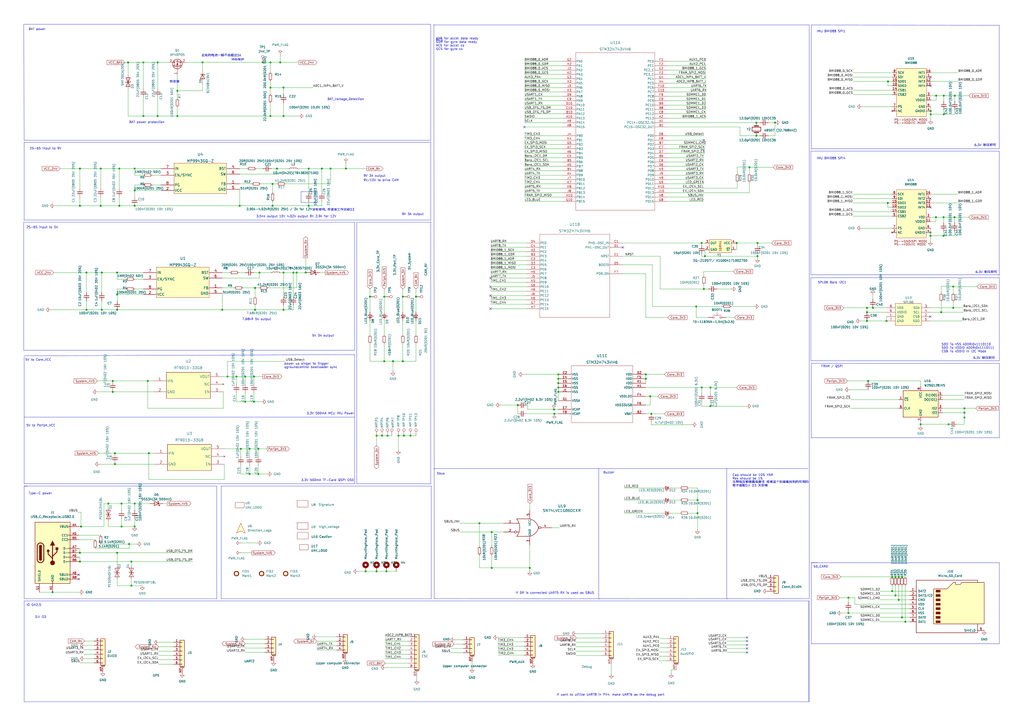
<source format=kicad_sch>
(kicad_sch (version 20230121) (generator eeschema)
  (paper "A2")
  (title_block (title "NxtPX4") (date "2023-03-03") (rev "V1.0。1") (company "HKUST Khalil"))
  (lib_symbols
    (symbol "Connector:Micro_SD_Card" (pin_names (offset 1.016))
      (property "Reference" "J" (at -16.51 15.24 0))
      (property "Value" "Micro_SD_Card" (at 16.51 15.24 0))
      (symbol "Micro_SD_Card_1_1"
        (pin bidirectional line (at -22.86 7.62 0) (length 3.81) (name "DAT2") (number "1"))
        (pin bidirectional line (at -22.86 5.08 0) (length 3.81) (name "DAT3/CD") (number "2"))
        (pin input line (at -22.86 2.54 0) (length 3.81) (name "CMD") (number "3"))
        (pin power_in line (at -22.86 0 0) (length 3.81) (name "VDD") (number "4"))
        (pin input line (at -22.86 -2.54 0) (length 3.81) (name "CLK") (number "5"))
        (pin power_in line (at -22.86 -5.08 0) (length 3.81) (name "VSS") (number "6"))
        (pin bidirectional line (at -22.86 -7.62 0) (length 3.81) (name "DAT0") (number "7"))
        (pin bidirectional line (at -22.86 -10.16 0) (length 3.81) (name "DAT1") (number "8"))
        (pin passive line (at 20.32 -15.24 180) (length 3.81) (name "SHIELD") (number "9"))
      )
    )
    (symbol "Connector:TestPoint" (pin_numbers hide) (pin_names (offset 0.762) hide)
      (property "Reference" "TP" (at 0 6.858 0))
      (property "Value" "TestPoint" (at 0 5.08 0))
      (symbol "TestPoint_1_1"
        (pin passive line (at 0 0 90) (length 2.54) (name "1") (number "1"))
      )
    )
    (symbol "Connector:USB_C_Receptacle_USB2.0" (pin_names (offset 1.016))
      (property "Reference" "J" (at -10.16 19.05 0))
      (property "Value" "USB_C_Receptacle_USB2.0" (at 19.05 19.05 0))
      (symbol "USB_C_Receptacle_USB2.0_1_1"
        (pin passive line (at 0 -22.86 90) (length 5.08) (name "GND") (number "A1"))
        (pin passive line (at 0 -22.86 90) (length 5.08) hide (name "GND") (number "A12"))
        (pin passive line (at 15.24 15.24 180) (length 5.08) (name "VBUS") (number "A4"))
        (pin bidirectional line (at 15.24 10.16 180) (length 5.08) (name "CC1") (number "A5"))
        (pin bidirectional line (at 15.24 -2.54 180) (length 5.08) (name "D+") (number "A6"))
        (pin bidirectional line (at 15.24 2.54 180) (length 5.08) (name "D-") (number "A7"))
        (pin bidirectional line (at 15.24 -12.7 180) (length 5.08) (name "SBU1") (number "A8"))
        (pin passive line (at 15.24 15.24 180) (length 5.08) hide (name "VBUS") (number "A9"))
        (pin passive line (at 0 -22.86 90) (length 5.08) hide (name "GND") (number "B1"))
        (pin passive line (at 0 -22.86 90) (length 5.08) hide (name "GND") (number "B12"))
        (pin passive line (at 15.24 15.24 180) (length 5.08) hide (name "VBUS") (number "B4"))
        (pin bidirectional line (at 15.24 7.62 180) (length 5.08) (name "CC2") (number "B5"))
        (pin bidirectional line (at 15.24 -5.08 180) (length 5.08) (name "D+") (number "B6"))
        (pin bidirectional line (at 15.24 0 180) (length 5.08) (name "D-") (number "B7"))
        (pin bidirectional line (at 15.24 -15.24 180) (length 5.08) (name "SBU2") (number "B8"))
        (pin passive line (at 15.24 15.24 180) (length 5.08) hide (name "VBUS") (number "B9"))
        (pin passive line (at -7.62 -22.86 90) (length 5.08) (name "SHIELD") (number "S1"))
      )
    )
    (symbol "Connector_Generic:Conn_01x04" (pin_names (offset 1.016) hide)
      (property "Reference" "J" (at 0 5.08 0))
      (property "Value" "Conn_01x04" (at 0 -7.62 0))
      (symbol "Conn_01x04_1_1"
        (pin passive line (at -5.08 2.54 0) (length 3.81) (name "Pin_1") (number "1"))
        (pin passive line (at -5.08 0 0) (length 3.81) (name "Pin_2") (number "2"))
        (pin passive line (at -5.08 -2.54 0) (length 3.81) (name "Pin_3") (number "3"))
        (pin passive line (at -5.08 -5.08 0) (length 3.81) (name "Pin_4") (number "4"))
      )
    )
    (symbol "Connector_Generic_MountingPin:Conn_01x04_MountingPin" (pin_names (offset 1.016) hide)
      (property "Reference" "J" (at 0 5.08 0))
      (property "Value" "Conn_01x04_MountingPin" (at 1.27 -7.62 0))
      (symbol "Conn_01x04_MountingPin_1_1"
        (text "Mounting" (at 0 -6.731 0) (effects (font (size 0.381 0.381))))
        (pin passive line (at -5.08 2.54 0) (length 3.81) (name "Pin_1") (number "1"))
        (pin passive line (at -5.08 0 0) (length 3.81) (name "Pin_2") (number "2"))
        (pin passive line (at -5.08 -2.54 0) (length 3.81) (name "Pin_3") (number "3"))
        (pin passive line (at -5.08 -5.08 0) (length 3.81) (name "Pin_4") (number "4"))
        (pin passive line (at 0 -10.16 90) (length 3.048) (name "MountPin") (number "MP"))
      )
    )
    (symbol "Connector_Generic_MountingPin:Conn_01x05_MountingPin" (pin_names (offset 1.016) hide)
      (property "Reference" "J" (at 0 7.62 0))
      (property "Value" "Conn_01x05_MountingPin" (at 1.27 -7.62 0))
      (symbol "Conn_01x05_MountingPin_1_1"
        (text "Mounting" (at 0 -6.731 0) (effects (font (size 0.381 0.381))))
        (pin passive line (at -5.08 5.08 0) (length 3.81) (name "Pin_1") (number "1"))
        (pin passive line (at -5.08 2.54 0) (length 3.81) (name "Pin_2") (number "2"))
        (pin passive line (at -5.08 0 0) (length 3.81) (name "Pin_3") (number "3"))
        (pin passive line (at -5.08 -2.54 0) (length 3.81) (name "Pin_4") (number "4"))
        (pin passive line (at -5.08 -5.08 0) (length 3.81) (name "Pin_5") (number "5"))
        (pin passive line (at 0 -10.16 90) (length 3.048) (name "MountPin") (number "MP"))
      )
    )
    (symbol "Connector_Generic_MountingPin:Conn_01x06_MountingPin" (pin_names (offset 1.016) hide)
      (property "Reference" "J" (at 0 7.62 0))
      (property "Value" "Conn_01x06_MountingPin" (at 1.27 -10.16 0))
      (symbol "Conn_01x06_MountingPin_1_1"
        (text "Mounting" (at 0 -9.271 0) (effects (font (size 0.381 0.381))))
        (pin passive line (at -5.08 5.08 0) (length 3.81) (name "Pin_1") (number "1"))
        (pin passive line (at -5.08 2.54 0) (length 3.81) (name "Pin_2") (number "2"))
        (pin passive line (at -5.08 0 0) (length 3.81) (name "Pin_3") (number "3"))
        (pin passive line (at -5.08 -2.54 0) (length 3.81) (name "Pin_4") (number "4"))
        (pin passive line (at -5.08 -5.08 0) (length 3.81) (name "Pin_5") (number "5"))
        (pin passive line (at -5.08 -7.62 0) (length 3.81) (name "Pin_6") (number "6"))
        (pin passive line (at 0 -12.7 90) (length 3.048) (name "MountPin") (number "MP"))
      )
    )
    (symbol "Connector_Generic_MountingPin:Conn_01x08_MountingPin" (pin_names (offset 1.016) hide)
      (property "Reference" "J" (at 0 10.16 0))
      (property "Value" "Conn_01x08_MountingPin" (at 1.27 -12.7 0))
      (symbol "Conn_01x08_MountingPin_1_1"
        (text "Mounting" (at 0 -11.811 0) (effects (font (size 0.381 0.381))))
        (pin passive line (at -5.08 7.62 0) (length 3.81) (name "Pin_1") (number "1"))
        (pin passive line (at -5.08 5.08 0) (length 3.81) (name "Pin_2") (number "2"))
        (pin passive line (at -5.08 2.54 0) (length 3.81) (name "Pin_3") (number "3"))
        (pin passive line (at -5.08 0 0) (length 3.81) (name "Pin_4") (number "4"))
        (pin passive line (at -5.08 -2.54 0) (length 3.81) (name "Pin_5") (number "5"))
        (pin passive line (at -5.08 -5.08 0) (length 3.81) (name "Pin_6") (number "6"))
        (pin passive line (at -5.08 -7.62 0) (length 3.81) (name "Pin_7") (number "7"))
        (pin passive line (at -5.08 -10.16 0) (length 3.81) (name "Pin_8") (number "8"))
        (pin passive line (at 0 -15.24 90) (length 3.048) (name "MountPin") (number "MP"))
      )
    )
    (symbol "Device:C_Small" (pin_numbers hide) (pin_names (offset 0.254) hide)
      (property "Reference" "C" (at 0.254 1.778 0))
      (property "Value" "C_Small" (at 0.254 -2.032 0))
      (symbol "C_Small_1_1"
        (pin passive line (at 0 2.54 270) (length 2.032) (name "~") (number "1"))
        (pin passive line (at 0 -2.54 90) (length 2.032) (name "~") (number "2"))
      )
    )
    (symbol "Device:D_Schottky" (pin_numbers hide) (pin_names (offset 1.016) hide)
      (property "Reference" "D" (at 0 2.54 0))
      (property "Value" "D_Schottky" (at 0 -2.54 0))
      (symbol "D_Schottky_1_1"
        (pin passive line (at -3.81 0 0) (length 2.54) (name "K") (number "1"))
        (pin passive line (at 3.81 0 180) (length 2.54) (name "A") (number "2"))
      )
    )
    (symbol "Device:D_TVS" (pin_numbers hide) (pin_names (offset 1.016) hide)
      (property "Reference" "D" (at 0 2.54 0))
      (property "Value" "D_TVS" (at 0 -2.54 0))
      (symbol "D_TVS_1_1"
        (pin passive line (at -3.81 0 0) (length 2.54) (name "A1") (number "1"))
        (pin passive line (at 3.81 0 180) (length 2.54) (name "A2") (number "2"))
      )
    )
    (symbol "Device:D_Zener" (pin_numbers hide) (pin_names (offset 1.016) hide)
      (property "Reference" "D" (at 0 2.54 0))
      (property "Value" "D_Zener" (at 0 -2.54 0))
      (symbol "D_Zener_1_1"
        (pin passive line (at -3.81 0 0) (length 2.54) (name "K") (number "1"))
        (pin passive line (at 3.81 0 180) (length 2.54) (name "A") (number "2"))
      )
    )
    (symbol "Device:LED_Small" (pin_numbers hide) (pin_names (offset 0.254) hide)
      (property "Reference" "D" (at -1.27 3.175 0))
      (property "Value" "LED_Small" (at -4.445 -2.54 0))
      (symbol "LED_Small_1_1"
        (pin passive line (at -2.54 0 0) (length 1.778) (name "K") (number "1"))
        (pin passive line (at 2.54 0 180) (length 1.778) (name "A") (number "2"))
      )
    )
    (symbol "Device:L_Small" (pin_numbers hide) (pin_names (offset 0.254) hide)
      (property "Reference" "L" (at 0.762 1.016 0))
      (property "Value" "L_Small" (at 0.762 -1.016 0))
      (symbol "L_Small_1_1"
        (pin passive line (at 0 2.54 270) (length 0.508) (name "~") (number "1"))
        (pin passive line (at 0 -2.54 90) (length 0.508) (name "~") (number "2"))
      )
    )
    (symbol "Device:Q_PMOS_GSD" (pin_names (offset 0) hide)
      (property "Reference" "Q" (at 5.08 1.27 0))
      (property "Value" "Q_PMOS_GSD" (at 5.08 -1.27 0))
      (symbol "Q_PMOS_GSD_1_1"
        (pin input line (at -5.08 0 0) (length 2.54) (name "G") (number "1"))
        (pin passive line (at 2.54 -5.08 90) (length 2.54) (name "S") (number "2"))
        (pin passive line (at 2.54 5.08 270) (length 2.54) (name "D") (number "3"))
      )
    )
    (symbol "Device:R_Small" (pin_numbers hide) (pin_names (offset 0.254) hide)
      (property "Reference" "R" (at 0.762 0.508 0))
      (property "Value" "R_Small" (at 0.762 -1.016 0))
      (symbol "R_Small_1_1"
        (pin passive line (at 0 2.54 270) (length 0.762) (name "~") (number "1"))
        (pin passive line (at 0 -2.54 90) (length 0.762) (name "~") (number "2"))
      )
    )
    (symbol "Diode:ESD9B5.0ST5G" (pin_numbers hide) (pin_names (offset 1.016) hide)
      (property "Reference" "D" (at 0 2.54 0))
      (property "Value" "ESD9B5.0ST5G" (at 0 -2.54 0))
      (symbol "ESD9B5.0ST5G_1_1"
        (pin passive line (at -3.81 0 0) (length 2.54) (name "A1") (number "1"))
        (pin passive line (at 3.81 0 180) (length 2.54) (name "A2") (number "2"))
      )
    )
    (symbol "Mechanical:Fiducial"
      (property "Reference" "FID" (at 0 5.08 0))
      (property "Value" "Fiducial" (at 0 3.175 0))
    )
    (symbol "Mechanical:MountingHole_Pad" (pin_numbers hide) (pin_names (offset 1.016) hide)
      (property "Reference" "H" (at 0 6.35 0))
      (property "Value" "MountingHole_Pad" (at 0 4.445 0))
      (symbol "MountingHole_Pad_1_1"
        (pin input line (at 0 -2.54 90) (length 2.54) (name "1") (number "1"))
      )
    )
    (symbol "Memory_Flash:W25Q128JVS"
      (property "Reference" "U" (at -8.89 8.89 0))
      (property "Value" "W25Q128JVS" (at 7.62 8.89 0))
      (symbol "W25Q128JVS_1_1"
        (pin input line (at -12.7 2.54 0) (length 2.54) (name "~{CS}") (number "1"))
        (pin bidirectional line (at 12.7 2.54 180) (length 2.54) (name "DO(IO1)") (number "2"))
        (pin bidirectional line (at 12.7 -2.54 180) (length 2.54) (name "IO2") (number "3"))
        (pin power_in line (at 0 -10.16 90) (length 2.54) (name "GND") (number "4"))
        (pin bidirectional line (at 12.7 5.08 180) (length 2.54) (name "DI(IO0)") (number "5"))
        (pin input line (at -12.7 -2.54 0) (length 2.54) (name "CLK") (number "6"))
        (pin bidirectional line (at 12.7 -5.08 180) (length 2.54) (name "IO3") (number "7"))
        (pin power_in line (at 0 10.16 270) (length 2.54) (name "VCC") (number "8"))
      )
    )
    (symbol "NxtPX4_Symbol:BMI088"
      (property "Reference" "U" (at -0.635 0 0))
      (property "Value" "BMI088" (at -0.635 15.875 0))
      (symbol "BMI088_0_0"
        (text "PS->GND:SPI MODE" (at -0.635 -16.51 0) (effects (font (size 1.27 1.27))))
        (text "PS->VDD:IIC MODE" (at -1.016 -18.288 0) (effects (font (size 1.27 1.27))))
      )
      (symbol "BMI088_1_1"
        (pin output line (at 10.795 8.255 180) (length 2.54) (name "INT2") (number "1"))
        (pin bidirectional line (at -11.43 3.175 0) (length 2.54) (name "SDO2") (number "10"))
        (pin input line (at 10.795 -5.08 180) (length 2.54) (name "VDDIO") (number "11"))
        (pin output line (at 10.795 5.715 180) (length 2.54) (name "INT3") (number "12"))
        (pin output line (at 10.795 3.175 180) (length 2.54) (name "INT4") (number "13"))
        (pin input line (at -11.43 0.635 0) (length 2.54) (name "CSB1") (number "14"))
        (pin bidirectional line (at -11.43 5.715 0) (length 2.54) (name "SDO1") (number "15"))
        (pin output line (at 10.795 10.795 180) (length 2.54) (name "INT1") (number "16"))
        (pin no_connect line (at -11.43 -11.43 0) (length 2.54) (name "NC") (number "2"))
        (pin input line (at 10.795 -2.54 180) (length 2.54) (name "VDD") (number "3"))
        (pin input line (at 10.795 -11.43 180) (length 2.54) (name "GNDIO") (number "4"))
        (pin input line (at -11.43 -1.905 0) (length 2.54) (name "CSB2") (number "5"))
        (pin input line (at 10.795 -8.89 180) (length 2.54) (name "GND") (number "6"))
        (pin input line (at -11.43 -8.89 0) (length 2.54) (name "PS") (number "7"))
        (pin input line (at -11.43 10.795 0) (length 2.54) (name "SCK") (number "8"))
        (pin bidirectional line (at -11.43 8.255 0) (length 2.54) (name "SDI") (number "9"))
      )
    )
    (symbol "NxtPX4_Symbol:Caution_Logo"
      (property "Reference" "U" (at 0 0 0))
    )
    (symbol "NxtPX4_Symbol:Direction_Logo"
      (property "Reference" "U" (at 0 0 0))
      (property "Value" "Direction_Logo" (at 0 3.81 0))
    )
    (symbol "NxtPX4_Symbol:Dual_Logo"
      (property "Reference" "U" (at 0 0 0))
      (property "Value" "UAV_LOGO" (at 0 -2.54 0))
    )
    (symbol "NxtPX4_Symbol:High_Voltage_Logo"
      (property "Reference" "U" (at 0 0 0))
    )
    (symbol "NxtPX4_Symbol:LSE-Oscillator" (pin_numbers hide) (pin_names (offset 1.016) hide)
      (property "Reference" "Y?" (at -3.3274 -1.1684 90))
      (property "Value" "LSE-Oscillator" (at 10.16 -5.08 0))
      (symbol "LSE-Oscillator_1_1"
        (pin passive line (at -3.81 0 0) (length 1.27) (name "1") (number "1"))
        (pin passive line (at 3.81 0 180) (length 1.27) (name "2") (number "2"))
      )
    )
    (symbol "NxtPX4_Symbol:MP9943GQ-Z" (pin_names (offset 0.254))
      (property "Reference" "U" (at 22.86 10.16 0))
      (property "Value" "MP9943GQ-Z" (at 22.86 7.62 0))
      (property "Datasheet" "https://www.monolithicpower.cn/cn/documentview/productdocument/index/version/2/document_type/Datasheet/lang/en/sku/MP9943GQ-Z/document_id/865/" (at 1.27 12.7 0))
      (symbol "MP9943GQ-Z_1_1"
        (pin output line (at 45.72 -6.985 180) (length 7.62) (name "FB") (number "1"))
        (pin power_out line (at 0 -10.795 0) (length 7.62) (name "VCC") (number "2"))
        (pin input line (at 0 -1.905 0) (length 7.62) (name "EN/SYNC") (number "3"))
        (pin input line (at 45.72 1.905 180) (length 7.62) (name "BST") (number "4"))
        (pin power_in line (at 45.72 -10.16 180) (length 7.62) (name "GND") (number "5"))
        (pin output line (at 45.72 -1.27 180) (length 7.62) (name "SW") (number "6"))
        (pin input line (at 0 1.905 0) (length 7.62) (name "IN") (number "7"))
        (pin output line (at 0 -7.62 0) (length 7.62) (name "PG") (number "8"))
      )
    )
    (symbol "NxtPX4_Symbol:RT9013-33GB" (pin_names (offset 0.254))
      (property "Reference" "U" (at 20.32 10.16 0))
      (property "Value" "RT9013-33GB" (at 20.32 7.62 0))
      (symbol "RT9013-33GB_1_1"
        (pin power_in line (at 0 0 0) (length 7.62) (name "VIN") (number "1"))
        (pin power_in line (at 0 -6.35 0) (length 7.62) (name "GND") (number "2"))
        (pin input line (at 40.64 -6.35 180) (length 7.62) (name "EN") (number "3"))
        (pin no_connect line (at 40.64 -1.905 180) (length 7.62) (name "NC") (number "4"))
        (pin power_out line (at 40.64 2.54 180) (length 7.62) (name "VOUT") (number "5"))
      )
    )
    (symbol "NxtPX4_Symbol:SG-210STF"
      (property "Reference" "Y?" (at 0 0 0))
      (property "Value" "SG-210STF" (at 0.508 5.842 0))
      (symbol "SG-210STF_0_0"
        (text "16MHz" (at 0 0 900) (effects (font (size 1.27 1.27))))
      )
      (symbol "SG-210STF_1_1"
        (pin input line (at -8.89 -1.905 0) (length 2.54) (name "~{ST}") (number "1"))
        (pin input line (at 8.89 -1.905 180) (length 2.54) (name "GND") (number "2"))
        (pin input line (at 8.89 1.905 180) (length 2.54) (name "OUT") (number "3"))
        (pin input line (at -8.89 1.905 0) (length 2.54) (name "VCC") (number "4"))
      )
    )
    (symbol "NxtPX4_Symbol:SN74LVC1G86DCKR" (pin_names (offset 0.254))
      (property "Reference" "U" (at 25.4 10.16 0))
      (property "Value" "SN74LVC1G86DCKR" (at 3.81 7.62 0))
      (symbol "SN74LVC1G86DCKR_1_1"
        (pin input line (at 11.43 1.27 0) (length 7.62) (name "~") (number "1"))
        (pin input inverted (at 11.43 -3.81 0) (length 7.62) (name "~") (number "2"))
        (pin power_in line (at 26.67 -11.43 90) (length 5.08) (name "GND") (number "3"))
        (pin output inverted (at 39.37 -1.27 180) (length 7.62) (name "~") (number "4"))
        (pin power_in line (at 26.67 8.89 270) (length 5.08) (name "VCC") (number "5"))
      )
    )
    (symbol "NxtPX4_Symbol:SPL06" (pin_names (offset 1.016))
      (property "Reference" "U" (at 0 7.62 0))
      (property "Value" "SPL06" (at 0 -7.62 0))
      (symbol "SPL06_1_1"
        (pin power_in line (at -12.7 -1.27 0) (length 5.08) (name "GND") (number "1"))
        (pin bidirectional line (at 12.7 -1.27 180) (length 5.08) (name "CSB") (number "2"))
        (pin bidirectional line (at 12.7 3.81 180) (length 5.08) (name "SDA") (number "3"))
        (pin bidirectional line (at 12.7 1.27 180) (length 5.08) (name "SCL") (number "4"))
        (pin bidirectional line (at 12.7 -3.81 180) (length 5.08) (name "SDO") (number "5"))
        (pin power_in line (at -12.7 1.27 0) (length 5.08) (name "VDDIO") (number "6"))
        (pin power_in line (at -12.7 -3.81 0) (length 5.08) (name "GND") (number "7"))
        (pin power_in line (at -12.7 3.81 0) (length 5.08) (name "VDD") (number "8"))
      )
    )
    (symbol "NxtPX4_Symbol:STM32H743VIH6" (pin_names (offset 0.254))
      (property "Reference" "U" (at 30.48 10.16 0))
      (property "Value" "STM32H743VIH6" (at 30.48 7.62 0))
      (symbol "STM32H743VIH6_1_1"
        (pin bidirectional line (at 60.96 -35.56 180) (length 7.62) (name "PC14-OSC32_IN") (number "A1"))
        (pin bidirectional line (at 0 -33.02 0) (length 7.62) (name "PA13") (number "A10"))
        (pin bidirectional line (at 60.96 -33.02 180) (length 7.62) (name "PC13") (number "A2"))
        (pin bidirectional line (at 0 -66.04 0) (length 7.62) (name "PB9") (number "A4"))
        (pin bidirectional line (at 0 -60.96 0) (length 7.62) (name "PB7") (number "A5"))
        (pin bidirectional line (at 0 -53.34 0) (length 7.62) (name "PB4") (number "A6"))
        (pin bidirectional line (at 0 -50.8 0) (length 7.62) (name "PB3") (number "A7"))
        (pin bidirectional line (at 0 -38.1 0) (length 7.62) (name "PA15") (number "A8"))
        (pin bidirectional line (at 0 -35.56 0) (length 7.62) (name "PA14") (number "A9"))
        (pin bidirectional line (at 60.96 -38.1 180) (length 7.62) (name "PC15-OSC32_OUT") (number "B1"))
        (pin bidirectional line (at 0 -30.48 0) (length 7.62) (name "PA12") (number "B10"))
        (pin bidirectional line (at 0 -63.5 0) (length 7.62) (name "PB8") (number "B4"))
        (pin bidirectional line (at 0 -58.42 0) (length 7.62) (name "PB6") (number "B5"))
        (pin bidirectional line (at 60.96 -55.88 180) (length 7.62) (name "PD5") (number "B6"))
        (pin bidirectional line (at 60.96 -48.26 180) (length 7.62) (name "PD2") (number "B7"))
        (pin bidirectional line (at 60.96 -27.94 180) (length 7.62) (name "PC11") (number "B8"))
        (pin bidirectional line (at 60.96 -25.4 180) (length 7.62) (name "PC10") (number "B9"))
        (pin bidirectional line (at 0 -27.94 0) (length 7.62) (name "PA11") (number "C10"))
        (pin bidirectional line (at 0 -55.88 0) (length 7.62) (name "PB5") (number "C5"))
        (pin bidirectional line (at 60.96 -58.42 180) (length 7.62) (name "PD6") (number "C6"))
        (pin bidirectional line (at 60.96 -50.8 180) (length 7.62) (name "PD3") (number "C7"))
        (pin bidirectional line (at 60.96 -30.48 180) (length 7.62) (name "PC12") (number "C8"))
        (pin bidirectional line (at 0 -22.86 0) (length 7.62) (name "PA9") (number "C9"))
        (pin bidirectional line (at 0 -25.4 0) (length 7.62) (name "PA10") (number "D10"))
        (pin bidirectional line (at 60.96 -60.96 180) (length 7.62) (name "PD7") (number "D6"))
        (pin bidirectional line (at 60.96 -53.34 180) (length 7.62) (name "PD4") (number "D7"))
        (pin bidirectional line (at 60.96 -43.18 180) (length 7.62) (name "PD0") (number "D8"))
        (pin bidirectional line (at 0 -20.32 0) (length 7.62) (name "PA8") (number "D9"))
        (pin bidirectional line (at 60.96 -17.78 180) (length 7.62) (name "PC7") (number "E10"))
        (pin bidirectional line (at 60.96 -5.08 180) (length 7.62) (name "PC2_C") (number "E2"))
        (pin bidirectional line (at 60.96 -45.72 180) (length 7.62) (name "PD1") (number "E8"))
        (pin bidirectional line (at 60.96 -22.86 180) (length 7.62) (name "PC9") (number "E9"))
        (pin bidirectional line (at 60.96 0 180) (length 7.62) (name "PC0") (number "F1"))
        (pin bidirectional line (at 60.96 -15.24 180) (length 7.62) (name "PC6") (number "F10"))
        (pin bidirectional line (at 60.96 -2.54 180) (length 7.62) (name "PC1") (number "F2"))
        (pin bidirectional line (at 60.96 -7.62 180) (length 7.62) (name "PC3_C") (number "F3"))
        (pin bidirectional line (at 60.96 -20.32 180) (length 7.62) (name "PC8") (number "F9"))
        (pin bidirectional line (at 0 -81.28 0) (length 7.62) (name "PB15") (number "G10"))
        (pin bidirectional line (at 0 0 0) (length 7.62) (name "PA0") (number "G2"))
        (pin bidirectional line (at 0 -10.16 0) (length 7.62) (name "PA4") (number "G3"))
        (pin bidirectional line (at 60.96 -10.16 180) (length 7.62) (name "PC4") (number "G4"))
        (pin bidirectional line (at 0 -48.26 0) (length 7.62) (name "PB2") (number "G5"))
        (pin bidirectional line (at 60.96 -81.28 180) (length 7.62) (name "PD15") (number "G8"))
        (pin bidirectional line (at 60.96 -71.12 180) (length 7.62) (name "PD11") (number "G9"))
        (pin bidirectional line (at 0 -78.74 0) (length 7.62) (name "PB14") (number "H10"))
        (pin bidirectional line (at 0 -2.54 0) (length 7.62) (name "PA1") (number "H2"))
        (pin bidirectional line (at 0 -12.7 0) (length 7.62) (name "PA5") (number "H3"))
        (pin bidirectional line (at 60.96 -12.7 180) (length 7.62) (name "PC5") (number "H4"))
        (pin bidirectional line (at 60.96 -78.74 180) (length 7.62) (name "PD14") (number "H8"))
        (pin bidirectional line (at 60.96 -68.58 180) (length 7.62) (name "PD10") (number "H9"))
        (pin bidirectional line (at 60.96 -76.2 180) (length 7.62) (name "PD13") (number "J10"))
        (pin bidirectional line (at 0 -5.08 0) (length 7.62) (name "PA2") (number "J2"))
        (pin bidirectional line (at 0 -15.24 0) (length 7.62) (name "PA6") (number "J3"))
        (pin bidirectional line (at 0 -43.18 0) (length 7.62) (name "PB0") (number "J4"))
        (pin bidirectional line (at 0 -68.58 0) (length 7.62) (name "PB10") (number "J7"))
        (pin bidirectional line (at 0 -76.2 0) (length 7.62) (name "PB13") (number "J8"))
        (pin bidirectional line (at 60.96 -66.04 180) (length 7.62) (name "PD9") (number "J9"))
        (pin bidirectional line (at 60.96 -73.66 180) (length 7.62) (name "PD12") (number "K10"))
        (pin bidirectional line (at 0 -7.62 0) (length 7.62) (name "PA3") (number "K2"))
        (pin bidirectional line (at 0 -17.78 0) (length 7.62) (name "PA7") (number "K3"))
        (pin bidirectional line (at 0 -45.72 0) (length 7.62) (name "PB1") (number "K4"))
        (pin bidirectional line (at 0 -71.12 0) (length 7.62) (name "PB11") (number "K7"))
        (pin bidirectional line (at 0 -73.66 0) (length 7.62) (name "PB12") (number "K8"))
        (pin bidirectional line (at 60.96 -63.5 180) (length 7.62) (name "PD8") (number "K9"))
      )
      (symbol "STM32H743VIH6_2_1"
        (pin bidirectional line (at 0 -5.08 0) (length 7.62) (name "PE2") (number "A3"))
        (pin bidirectional line (at 0 -7.62 0) (length 7.62) (name "PE3") (number "B3"))
        (pin bidirectional line (at 55.88 0 180) (length 7.62) (name "PH0-OSC_IN") (number "C1"))
        (pin bidirectional line (at 0 -10.16 0) (length 7.62) (name "PE4") (number "C3"))
        (pin bidirectional line (at 0 -2.54 0) (length 7.62) (name "PE1") (number "C4"))
        (pin bidirectional line (at 55.88 -2.54 180) (length 7.62) (name "PH1-OSC_OUT") (number "D1"))
        (pin bidirectional line (at 0 -12.7 0) (length 7.62) (name "PE5") (number "D3"))
        (pin bidirectional line (at 0 0 0) (length 7.62) (name "PE0") (number "D4"))
        (pin input line (at 55.88 -12.7 180) (length 7.62) (name "BOOT0") (number "D5"))
        (pin bidirectional line (at 55.88 -7.62 180) (length 7.62) (name "NRST") (number "E1"))
        (pin bidirectional line (at 0 -15.24 0) (length 7.62) (name "PE6") (number "E3"))
        (pin bidirectional line (at 55.88 -17.78 180) (length 7.62) (name "PDR_ON") (number "F7"))
        (pin bidirectional line (at 0 -25.4 0) (length 7.62) (name "PE10") (number "G6"))
        (pin bidirectional line (at 0 -35.56 0) (length 7.62) (name "PE14") (number "G7"))
        (pin bidirectional line (at 0 -17.78 0) (length 7.62) (name "PE7") (number "H5"))
        (pin bidirectional line (at 0 -27.94 0) (length 7.62) (name "PE11") (number "H6"))
        (pin bidirectional line (at 0 -38.1 0) (length 7.62) (name "PE15") (number "H7"))
        (pin bidirectional line (at 0 -20.32 0) (length 7.62) (name "PE8") (number "J5"))
        (pin bidirectional line (at 0 -30.48 0) (length 7.62) (name "PE12") (number "J6"))
        (pin bidirectional line (at 0 -22.86 0) (length 7.62) (name "PE9") (number "K5"))
        (pin bidirectional line (at 0 -33.02 0) (length 7.62) (name "PE13") (number "K6"))
      )
      (symbol "STM32H743VIH6_3_1"
        (pin power_in line (at 50.8 -22.86 180) (length 7.62) (name "VBAT") (number "B2"))
        (pin power_in line (at 0 0 0) (length 7.62) (name "VSS") (number "C2"))
        (pin power_in line (at 50.8 0 180) (length 7.62) (name "VDD") (number "D2"))
        (pin power_in line (at 0 -2.54 0) (length 7.62) (name "VSS") (number "E4"))
        (pin power_in line (at 0 -5.08 0) (length 7.62) (name "VSS") (number "E5"))
        (pin power_in line (at 0 -7.62 0) (length 7.62) (name "VSS") (number "E6"))
        (pin power_in line (at 0 -20.32 0) (length 7.62) (name "VCAP") (number "E7"))
        (pin power_in line (at 50.8 -12.7 180) (length 7.62) (name "VDDLDO") (number "F4"))
        (pin power_in line (at 50.8 -2.54 180) (length 7.62) (name "VDD") (number "F5"))
        (pin power_in line (at 50.8 -17.78 180) (length 7.62) (name "VDD33USB") (number "F6"))
        (pin power_in line (at 0 -22.86 0) (length 7.62) (name "VCAP") (number "F8"))
        (pin power_in line (at 0 -15.24 0) (length 7.62) (name "VSSA") (number "G1"))
        (pin power_in line (at 50.8 -7.62 180) (length 7.62) (name "VDDA") (number "H1"))
        (pin power_in line (at 0 -10.16 0) (length 7.62) (name "VSS") (number "J1"))
        (pin power_in line (at 50.8 -5.08 180) (length 7.62) (name "VDD") (number "K1"))
      )
    )
    (symbol "NxtPX4_Symbol:Signature"
      (property "Reference" "U" (at 0 0 0))
    )
    (symbol "NxtPX4_Symbol:UAV_LOGO"
      (property "Reference" "U" (at 0 0 0))
      (property "Value" "UAV_LOGO" (at 0 -2.54 0))
    )
    (symbol "Switch:SW_Push" (pin_numbers hide) (pin_names (offset 1.016) hide)
      (property "Reference" "SW" (at 1.27 2.54 0))
      (property "Value" "SW_Push" (at 0 -1.524 0))
      (symbol "SW_Push_0_1"
        (pin passive line (at -5.08 0 0) (length 2.54) (name "1") (number "1"))
        (pin passive line (at 5.08 0 180) (length 2.54) (name "2") (number "2"))
      )
    )
    (symbol "power:GND" (power) (pin_names (offset 0))
      (property "Value" "GND" (at 0 -3.81 0))
      (symbol "GND_1_1"
        (pin power_in line (at 0 0 270) (length 0) hide (name "GND") (number "1"))
      )
    )
    (symbol "power:PWR_FLAG" (power) (pin_numbers hide) (pin_names (offset 0) hide)
      (property "Value" "PWR_FLAG" (at 0 3.81 0))
      (symbol "PWR_FLAG_0_0"
        (pin power_out line (at 0 0 90) (length 0) (name "pwr") (number "1"))
      )
    )
  )
  (junction (at 514.223 186.182))
  (junction (at 102.87 52.705))
  (junction (at 539.75 136.779))
  (junction (at 404.622 297.688))
  (junction (at 449.58 71.12))
  (junction (at 241.3 172.085))
  (junction (at 83.185 36.195))
  (junction (at 147.32 218.44))
  (junction (at 515.112 47.244))
  (junction (at 552.958 166.243))
  (junction (at 407.035 140.97))
  (junction (at 234.315 252.73))
  (junction (at 78.105 97.79))
  (junction (at 559.435 239.395))
  (junction (at 214.63 172.085))
  (junction (at 545.973 181.102))
  (junction (at 321.31 237.49))
  (junction (at 102.87 67.31))
  (junction (at 224.155 331.47))
  (junction (at 221.615 252.73))
  (junction (at 438.785 78.74))
  (junction (at 377.825 240.03))
  (junction (at 517.525 342.9))
  (junction (at 521.335 334.645))
  (junction (at 162.56 36.195))
  (junction (at 150.495 158.115))
  (junction (at 46.99 305.435))
  (junction (at 170.18 158.115))
  (junction (at 523.24 334.645))
  (junction (at 158.115 119.38))
  (junction (at 514.985 117.729))
  (junction (at 278.13 303.53))
  (junction (at 147.955 179.705))
  (junction (at 519.43 334.645))
  (junction (at 160.655 97.79))
  (junction (at 186.69 97.79))
  (junction (at 404.622 290.068))
  (junction (at 227.965 209.55))
  (junction (at 323.85 222.25))
  (junction (at 91.44 36.195))
  (junction (at 408.305 167.64))
  (junction (at 74.295 36.195))
  (junction (at 218.44 252.73))
  (junction (at 147.32 233.045))
  (junction (at 164.465 67.31))
  (junction (at 172.085 158.115))
  (junction (at 59.055 179.705))
  (junction (at 543.052 55.499))
  (junction (at 137.16 218.44))
  (junction (at 144.78 274.955))
  (junction (at 78.105 305.435))
  (junction (at 547.37 125.984))
  (junction (at 542.925 125.984))
  (junction (at 65.405 227.33))
  (junction (at 407.035 224.79))
  (junction (at 164.465 158.115))
  (junction (at 83.185 67.31))
  (junction (at 534.035 246.126))
  (junction (at 70.485 305.435))
  (junction (at 547.37 136.779))
  (junction (at 321.564 240.03))
  (junction (at 85.725 220.98))
  (junction (at 238.125 252.73))
  (junction (at 50.165 179.705))
  (junction (at 408.94 148.59))
  (junction (at 164.465 179.705))
  (junction (at 67.945 170.815))
  (junction (at 403.86 177.8))
  (junction (at 492.125 355.6))
  (junction (at 539.75 134.874))
  (junction (at 139.065 119.38))
  (junction (at 177.292 158.115))
  (junction (at 307.34 329.438))
  (junction (at 131.953 218.44))
  (junction (at 224.79 252.73))
  (junction (at 285.242 329.438))
  (junction (at 117.475 36.195))
  (junction (at 285.242 308.61))
  (junction (at 66.675 262.89))
  (junction (at 78.105 292.1))
  (junction (at 46.355 325.755))
  (junction (at 69.215 97.79))
  (junction (at 323.85 224.79))
  (junction (at 149.86 260.35))
  (junction (at 58.42 97.79))
  (junction (at 46.355 119.38))
  (junction (at 179.07 119.38))
  (junction (at 233.68 209.55))
  (junction (at 86.36 262.89))
  (junction (at 233.68 172.085))
  (junction (at 70.485 292.1))
  (junction (at 412.115 235.585))
  (junction (at 492.125 346.71))
  (junction (at 30.48 343.535))
  (junction (at 222.885 172.085))
  (junction (at 559.435 236.855))
  (junction (at 434.721 97.028))
  (junction (at 76.2 325.755))
  (junction (at 519.43 345.44))
  (junction (at 525.145 360.68))
  (junction (at 521.335 347.98))
  (junction (at 149.86 274.955))
  (junction (at 547.497 66.294))
  (junction (at 46.355 97.79))
  (junction (at 502.92 181.102))
  (junction (at 374.65 217.17))
  (junction (at 547.497 55.499))
  (junction (at 78.105 110.49))
  (junction (at 231.14 252.73))
  (junction (at 50.165 158.115))
  (junction (at 67.945 179.705))
  (junction (at 142.24 218.44))
  (junction (at 550.291 246.126))
  (junction (at 74.93 315.595))
  (junction (at 539.877 64.389))
  (junction (at 179.07 97.79))
  (junction (at 502.92 186.182))
  (junction (at 212.09 331.47))
  (junction (at 539.877 66.294))
  (junction (at 323.85 217.17))
  (junction (at 67.945 158.115))
  (junction (at 553.847 55.499))
  (junction (at 200.66 97.79))
  (junction (at 502.92 178.562))
  (junction (at 218.44 331.47))
  (junction (at 46.355 320.675))
  (junction (at 164.465 50.8))
  (junction (at 142.24 233.045))
  (junction (at 323.85 219.71))
  (junction (at 66.675 269.24))
  (junction (at 506.349 178.562))
  (junction (at 158.115 106.68))
  (junction (at 139.7 260.35))
  (junction (at 128.905 179.705))
  (junction (at 156.845 67.31))
  (junction (at 323.85 227.33))
  (junction (at 559.435 242.189))
  (junction (at 147.955 167.005))
  (junction (at 91.44 67.31))
  (junction (at 76.2 339.725))
  (junction (at 156.845 50.8))
  (junction (at 517.525 334.645))
  (junction (at 222.885 209.55))
  (junction (at 377.19 229.87))
  (junction (at 144.78 260.35))
  (junction (at 427.355 140.97))
  (junction (at 439.42 148.59))
  (junction (at 156.845 36.195))
  (junction (at 439.42 140.97))
  (junction (at 300.355 234.95))
  (junction (at 152.4 36.195))
  (junction (at 67.945 320.675))
  (junction (at 503.555 220.98))
  (junction (at 553.72 125.984))
  (junction (at 374.65 219.71))
  (junction (at 523.24 358.14))
  (junction (at 58.42 119.38))
  (junction (at 65.405 220.98))
  (junction (at 62.865 292.1))
  (junction (at 69.215 119.38))
  (junction (at 552.958 178.562))
  (junction (at 59.055 158.115))
  (junction (at 412.115 224.79))
  (junction (at 191.77 97.79))
  (junction (at 78.105 119.38))
  (junction (at 438.785 71.12))
  (no_connect (at 539.877 49.784))
  (no_connect (at 539.623 183.642))
  (no_connect (at 433.324 378.46))
  (no_connect (at 433.324 369.824))
  (no_connect (at 539.75 115.189))
  (no_connect (at 433.324 374.142))
  (no_connect (at 433.324 376.174))
  (no_connect (at 304.165 73.66))
  (no_connect (at 361.315 143.51))
  (no_connect (at 284.48 171.45))
  (no_connect (at 45.72 335.915))
  (no_connect (at 45.72 333.375))
  (no_connect (at 284.48 161.29))
  (no_connect (at 433.324 371.856))
  (no_connect (at 284.48 166.37))
  (no_connect (at 284.48 179.07))
  (no_connect (at 539.75 120.269))
  (no_connect (at 408.305 81.28))
  (no_connect (at 539.877 44.704))
  (wire (pts (xy 65.405 227.33) (xy 88.9 227.33)))
  (wire (pts (xy 547.37 125.984) (xy 553.72 125.984)))
  (wire (pts (xy 162.56 31.75) (xy 162.56 36.195)))
  (wire (pts (xy 238.125 252.73) (xy 241.3 252.73)))
  (wire (pts (xy 49.022 371.856) (xy 54.61 371.856)))
  (wire (pts (xy 521.335 236.855) (xy 493.395 236.855)))
  (wire (pts (xy 139.065 109.855) (xy 139.065 119.38)))
  (wire (pts (xy 128.905 170.18) (xy 128.905 179.705)))
  (wire (pts (xy 539.623 178.562) (xy 552.958 178.562)))
  (wire (pts (xy 412.115 235.585) (xy 407.035 235.585)))
  (wire (pts (xy 160.655 100.965) (xy 139.065 100.965)))
  (wire (pts (xy 70.485 292.1) (xy 78.105 292.1)))
  (wire (pts (xy 374.65 219.71) (xy 374.65 222.25)))
  (polyline (pts (xy 470.408 87.63) (xy 579.628 87.63)))
  (wire (pts (xy 141.986 375.92) (xy 153.67 375.92)))
  (wire (pts (xy 164.465 50.8) (xy 164.465 54.61)))
  (polyline (pts (xy 128.27 281.94) (xy 128.27 347.345)))
  (wire (pts (xy 514.223 181.102) (xy 502.92 181.102)))
  (wire (pts (xy 489.458 178.562) (xy 502.92 178.562)))
  (wire (pts (xy 224.79 252.73) (xy 227.33 252.73)))
  (wire (pts (xy 288.671 374.904) (xy 304.038 374.904)))
  (wire (pts (xy 160.655 97.79) (xy 167.64 97.79)))
  (wire (pts (xy 427.736 96.901) (xy 434.721 96.901)))
  (polyline (pts (xy 205.74 203.2) (xy 13.843 203.2)))
  (wire (pts (xy 207.645 331.47) (xy 212.09 331.47)))
  (wire (pts (xy 45.72 318.135) (xy 46.355 318.135)))
  (wire (pts (xy 421.64 369.824) (xy 433.324 369.824)))
  (wire (pts (xy 494.665 125.349) (xy 517.525 125.349)))
  (polyline (pts (xy 470.535 326.39) (xy 474.345 326.39)))
  (wire (pts (xy 412.115 224.79) (xy 427.355 224.79)))
  (wire (pts (xy 326.39 88.9) (xy 304.165 88.9)))
  (wire (pts (xy 300.355 234.95) (xy 300.355 240.03)))
  (wire (pts (xy 427.736 105.791) (xy 427.736 109.22)))
  (polyline (pts (xy 469.265 348.615) (xy 469.265 407.035)))
  (wire (pts (xy 263.398 373.634) (xy 268.732 373.634)))
  (wire (pts (xy 195.199 371.983) (xy 183.769 371.983)))
  (wire (pts (xy 519.43 339.725) (xy 519.43 345.44)))
  (wire (pts (xy 149.86 264.795) (xy 149.86 260.35)))
  (wire (pts (xy 326.39 66.04) (xy 304.165 66.04)))
  (wire (pts (xy 164.465 158.115) (xy 170.18 158.115)))
  (wire (pts (xy 546.735 231.775) (xy 559.435 231.775)))
  (polyline (pts (xy 421.64 347.345) (xy 422.275 347.345)))
  (wire (pts (xy 67.945 320.675) (xy 111.76 320.675)))
  (wire (pts (xy 494.792 44.704) (xy 517.652 44.704)))
  (wire (pts (xy 218.44 258.445) (xy 218.44 252.73)))
  (wire (pts (xy 139.7 264.795) (xy 139.7 260.35)))
  (wire (pts (xy 234.315 252.73) (xy 238.125 252.73)))
  (wire (pts (xy 212.09 331.47) (xy 218.44 331.47)))
  (wire (pts (xy 539.75 125.984) (xy 542.925 125.984)))
  (wire (pts (xy 50.165 169.545) (xy 50.165 158.115)))
  (wire (pts (xy 241.808 392.303) (xy 241.808 394.335)))
  (wire (pts (xy 151.13 106.68) (xy 158.115 106.68)))
  (wire (pts (xy 152.4 36.195) (xy 156.845 36.195)))
  (wire (pts (xy 158.115 119.38) (xy 179.07 119.38)))
  (wire (pts (xy 288.798 372.364) (xy 304.038 372.364)))
  (wire (pts (xy 222.885 199.39) (xy 222.885 209.55)))
  (wire (pts (xy 48.641 379.476) (xy 54.61 379.476)))
  (wire (pts (xy 172.72 97.79) (xy 179.07 97.79)))
  (wire (pts (xy 510.54 345.44) (xy 519.43 345.44)))
  (wire (pts (xy 492.125 355.6) (xy 527.685 355.6)))
  (wire (pts (xy 517.525 342.9) (xy 527.685 342.9)))
  (wire (pts (xy 102.87 43.815) (xy 102.87 52.705)))
  (wire (pts (xy 221.615 252.73) (xy 224.79 252.73)))
  (wire (pts (xy 139.7 260.35) (xy 144.78 260.35)))
  (wire (pts (xy 445.77 71.12) (xy 449.58 71.12)))
  (wire (pts (xy 408.305 104.14) (xy 387.35 104.14)))
  (wire (pts (xy 539.877 61.849) (xy 539.877 64.389)))
  (wire (pts (xy 491.49 220.98) (xy 503.555 220.98)))
  (wire (pts (xy 438.785 71.12) (xy 440.69 71.12)))
  (polyline (pts (xy 470.408 161.036) (xy 579.755 161.036)))
  (polyline (pts (xy 470.662 14.478) (xy 579.628 14.605)))
  (wire (pts (xy 31.115 158.115) (xy 50.165 158.115)))
  (wire (pts (xy 191.77 97.79) (xy 200.66 97.79)))
  (wire (pts (xy 158.115 119.38) (xy 139.065 119.38)))
  (wire (pts (xy 534.035 244.475) (xy 534.035 246.126)))
  (wire (pts (xy 439.42 147.32) (xy 439.42 148.59)))
  (wire (pts (xy 86.36 262.89) (xy 89.535 262.89)))
  (wire (pts (xy 67.945 161.925) (xy 67.945 158.115)))
  (wire (pts (xy 45.72 313.055) (xy 55.245 313.055)))
  (wire (pts (xy 170.18 179.705) (xy 170.18 177.165)))
  (wire (pts (xy 292.1 308.61) (xy 285.242 308.61)))
  (wire (pts (xy 147.32 233.045) (xy 151.765 233.045)))
  (wire (pts (xy 288.925 379.984) (xy 304.038 379.984)))
  (wire (pts (xy 223.393 377.063) (xy 236.728 377.063)))
  (wire (pts (xy 499.745 132.334) (xy 517.525 132.334)))
  (wire (pts (xy 164.465 179.705) (xy 170.18 179.705)))
  (wire (pts (xy 62.865 302.26) (xy 62.865 305.435)))
  (wire (pts (xy 195.199 369.443) (xy 183.769 369.443)))
  (polyline (pts (xy 125.73 281.94) (xy 125.73 347.345)))
  (wire (pts (xy 266.7 308.61) (xy 285.242 308.61)))
  (polyline (pts (xy 250.19 347.345) (xy 128.27 347.345)))
  (wire (pts (xy 326.39 99.06) (xy 304.165 99.06)))
  (wire (pts (xy 374.65 240.03) (xy 377.825 240.03)))
  (wire (pts (xy 186.69 119.38) (xy 186.69 116.84)))
  (polyline (pts (xy 470.662 86.36) (xy 579.628 86.36)))
  (wire (pts (xy 389.382 290.068) (xy 394.462 290.068)))
  (wire (pts (xy 545.973 181.102) (xy 558.8 181.102)))
  (wire (pts (xy 389.382 283.083) (xy 394.462 283.083)))
  (wire (pts (xy 304.165 114.3) (xy 326.39 114.3)))
  (wire (pts (xy 559.435 236.855) (xy 566.039 236.855)))
  (wire (pts (xy 539.75 112.649) (xy 555.625 112.649)))
  (wire (pts (xy 142.24 218.44) (xy 147.32 218.44)))
  (wire (pts (xy 326.39 91.44) (xy 304.165 91.44)))
  (wire (pts (xy 326.39 55.88) (xy 304.165 55.88)))
  (wire (pts (xy 170.18 158.115) (xy 170.18 172.085)))
  (polyline (pts (xy 249.936 82.55) (xy 249.936 127.635)))
  (wire (pts (xy 164.465 67.31) (xy 173.355 67.31)))
  (wire (pts (xy 85.725 220.98) (xy 88.9 220.98)))
  (wire (pts (xy 117.475 36.195) (xy 152.4 36.195)))
  (polyline (pts (xy 469.265 407.035) (xy 13.97 407.035)))
  (polyline (pts (xy 249.936 127.635) (xy 13.97 127.635)))
  (wire (pts (xy 517.652 42.164) (xy 494.792 42.164)))
  (wire (pts (xy 144.78 260.35) (xy 149.86 260.35)))
  (wire (pts (xy 427.736 96.901) (xy 427.736 100.711)))
  (wire (pts (xy 408.305 93.98) (xy 387.35 93.98)))
  (wire (pts (xy 326.39 81.28) (xy 304.165 81.28)))
  (wire (pts (xy 415.925 167.64) (xy 424.18 167.64)))
  (wire (pts (xy 539.623 181.102) (xy 545.973 181.102)))
  (wire (pts (xy 241.3 167.64) (xy 241.3 172.085)))
  (wire (pts (xy 83.185 107.315) (xy 78.105 107.315)))
  (wire (pts (xy 439.42 142.24) (xy 439.42 140.97)))
  (wire (pts (xy 149.86 274.955) (xy 154.94 274.955)))
  (wire (pts (xy 392.176 388.62) (xy 392.176 388.366)))
  (wire (pts (xy 387.35 38.1) (xy 409.575 38.1)))
  (polyline (pts (xy 14.605 82.55) (xy 249.936 82.55)))
  (wire (pts (xy 321.564 240.03) (xy 323.85 240.03)))
  (wire (pts (xy 62.865 305.435) (xy 70.485 305.435)))
  (wire (pts (xy 67.945 170.815) (xy 67.945 174.625)))
  (wire (pts (xy 387.35 50.8) (xy 409.956 50.8)))
  (wire (pts (xy 290.195 234.95) (xy 300.355 234.95)))
  (wire (pts (xy 408.178 114.3) (xy 387.35 114.3)))
  (wire (pts (xy 362.077 290.068) (xy 384.302 290.068)))
  (polyline (pts (xy 184.15 117.475) (xy 174.625 117.475)))
  (wire (pts (xy 46.355 114.3) (xy 46.355 119.38)))
  (wire (pts (xy 492.125 354.33) (xy 492.125 355.6)))
  (wire (pts (xy 78.105 107.315) (xy 78.105 110.49)))
  (wire (pts (xy 374.65 224.79) (xy 407.035 224.79)))
  (wire (pts (xy 58.42 114.3) (xy 58.42 119.38)))
  (wire (pts (xy 323.85 219.71) (xy 323.85 222.25)))
  (wire (pts (xy 321.31 237.49) (xy 323.85 237.49)))
  (wire (pts (xy 284.48 173.99) (xy 305.435 173.99)))
  (wire (pts (xy 284.48 179.07) (xy 305.435 179.07)))
  (wire (pts (xy 389.382 297.688) (xy 394.462 297.688)))
  (wire (pts (xy 129.54 218.44) (xy 131.953 218.44)))
  (wire (pts (xy 361.315 153.67) (xy 378.46 153.67)))
  (wire (pts (xy 326.39 109.22) (xy 304.165 109.22)))
  (wire (pts (xy 214.63 186.055) (xy 214.63 194.31)))
  (wire (pts (xy 374.65 217.17) (xy 385.445 217.17)))
  (wire (pts (xy 69.215 119.38) (xy 78.105 119.38)))
  (wire (pts (xy 241.3 199.39) (xy 241.3 209.55)))
  (wire (pts (xy 58.42 97.79) (xy 69.215 97.79)))
  (wire (pts (xy 334.137 380.238) (xy 349.504 380.238)))
  (wire (pts (xy 543.052 55.499) (xy 547.497 55.499)))
  (wire (pts (xy 142.24 222.885) (xy 142.24 218.44)))
  (wire (pts (xy 278.13 303.53) (xy 292.1 303.53)))
  (wire (pts (xy 74.93 315.595) (xy 79.375 315.595)))
  (wire (pts (xy 525.145 360.68) (xy 527.685 360.68)))
  (wire (pts (xy 552.958 166.243) (xy 566.801 166.243)))
  (wire (pts (xy 131.953 209.677) (xy 131.953 218.44)))
  (wire (pts (xy 224.155 331.47) (xy 229.87 331.47)))
  (wire (pts (xy 387.35 48.26) (xy 409.575 48.26)))
  (wire (pts (xy 78.105 161.925) (xy 83.185 161.925)))
  (wire (pts (xy 510.54 360.68) (xy 525.145 360.68)))
  (wire (pts (xy 91.948 372.618) (xy 100.584 372.618)))
  (wire (pts (xy 521.335 347.98) (xy 527.685 347.98)))
  (wire (pts (xy 73.025 161.925) (xy 67.945 161.925)))
  (wire (pts (xy 284.48 146.05) (xy 305.435 146.05)))
  (wire (pts (xy 139.065 106.68) (xy 146.05 106.68)))
  (wire (pts (xy 137.16 218.44) (xy 142.24 218.44)))
  (wire (pts (xy 326.39 53.34) (xy 304.165 53.34)))
  (polyline (pts (xy 184.15 111.125) (xy 184.15 117.475)))
  (wire (pts (xy 545.973 166.116) (xy 552.958 166.116)))
  (wire (pts (xy 78.105 167.64) (xy 83.185 167.64)))
  (wire (pts (xy 387.35 96.52) (xy 408.305 96.52)))
  (wire (pts (xy 70.485 292.1) (xy 70.485 295.91)))
  (wire (pts (xy 284.48 148.59) (xy 305.435 148.59)))
  (wire (pts (xy 421.005 184.15) (xy 426.085 184.15)))
  (wire (pts (xy 514.985 117.729) (xy 514.985 120.269)))
  (wire (pts (xy 58.42 119.38) (xy 69.215 119.38)))
  (wire (pts (xy 149.86 260.35) (xy 154.94 260.35)))
  (wire (pts (xy 45.72 323.215) (xy 46.355 323.215)))
  (wire (pts (xy 523.24 358.14) (xy 527.685 358.14)))
  (polyline (pts (xy 251.46 271.78) (xy 468.63 271.78)))
  (wire (pts (xy 66.675 262.89) (xy 66.675 263.525)))
  (wire (pts (xy 519.43 334.645) (xy 521.335 334.645)))
  (wire (pts (xy 29.21 179.705) (xy 50.165 179.705)))
  (wire (pts (xy 30.48 343.535) (xy 45.72 343.535)))
  (wire (pts (xy 170.18 158.115) (xy 172.085 158.115)))
  (wire (pts (xy 539.877 42.164) (xy 555.752 42.164)))
  (polyline (pts (xy 125.73 347.345) (xy 13.97 347.345)))
  (wire (pts (xy 305.435 240.03) (xy 321.564 240.03)))
  (wire (pts (xy 128.905 167.005) (xy 135.89 167.005)))
  (wire (pts (xy 288.798 369.824) (xy 304.038 369.824)))
  (wire (pts (xy 222.885 172.085) (xy 223.52 172.085)))
  (wire (pts (xy 65.405 226.695) (xy 65.405 227.33)))
  (wire (pts (xy 162.56 158.115) (xy 164.465 158.115)))
  (wire (pts (xy 559.435 246.126) (xy 559.435 242.189)))
  (wire (pts (xy 555.371 246.126) (xy 559.435 246.126)))
  (wire (pts (xy 223.393 374.523) (xy 236.728 374.523)))
  (wire (pts (xy 102.87 52.705) (xy 102.87 57.15)))
  (wire (pts (xy 179.07 119.38) (xy 186.69 119.38)))
  (wire (pts (xy 76.2 325.755) (xy 111.76 325.755)))
  (wire (pts (xy 142.24 378.46) (xy 153.67 378.46)))
  (wire (pts (xy 177.292 158.115) (xy 177.292 158.242)))
  (wire (pts (xy 137.16 233.045) (xy 142.24 233.045)))
  (wire (pts (xy 153.67 370.84) (xy 142.24 370.84)))
  (wire (pts (xy 70.485 300.99) (xy 70.485 305.435)))
  (wire (pts (xy 156.845 67.31) (xy 164.465 67.31)))
  (wire (pts (xy 326.39 68.58) (xy 304.165 68.58)))
  (wire (pts (xy 85.725 220.98) (xy 85.725 236.855)))
  (wire (pts (xy 107.95 36.195) (xy 117.475 36.195)))
  (polyline (pts (xy 470.535 326.39) (xy 579.755 326.39)))
  (wire (pts (xy 131.953 209.677) (xy 165.735 209.677)))
  (wire (pts (xy 186.69 97.79) (xy 186.69 111.76)))
  (wire (pts (xy 85.725 236.855) (xy 129.54 236.855)))
  (wire (pts (xy 382.905 148.59) (xy 361.315 148.59)))
  (wire (pts (xy 218.44 331.47) (xy 224.155 331.47)))
  (wire (pts (xy 421.64 374.142) (xy 433.324 374.142)))
  (polyline (pts (xy 13.97 241.935) (xy 205.74 241.935)))
  (wire (pts (xy 67.945 335.915) (xy 67.945 339.725)))
  (wire (pts (xy 191.77 97.79) (xy 191.77 106.68)))
  (wire (pts (xy 334.137 375.158) (xy 349.504 375.158)))
  (wire (pts (xy 545.973 175.006) (xy 545.973 181.102)))
  (wire (pts (xy 150.495 161.29) (xy 128.905 161.29)))
  (wire (pts (xy 148.59 97.79) (xy 152.4 97.79)))
  (wire (pts (xy 410.845 184.15) (xy 403.86 184.15)))
  (wire (pts (xy 387.35 66.04) (xy 409.575 66.04)))
  (wire (pts (xy 494.792 52.324) (xy 517.652 52.324)))
  (polyline (pts (xy 469.392 347.218) (xy 469.392 14.478)))
  (wire (pts (xy 546.735 239.395) (xy 559.435 239.395)))
  (wire (pts (xy 392.176 388.62) (xy 389.382 388.62)))
  (polyline (pts (xy 205.74 280.67) (xy 13.97 280.67)))
  (wire (pts (xy 539.75 136.779) (xy 539.75 139.954)))
  (polyline (pts (xy 579.755 209.296) (xy 470.408 209.296)))
  (wire (pts (xy 179.07 116.84) (xy 179.07 119.38)))
  (wire (pts (xy 553.72 125.984) (xy 561.975 125.984)))
  (wire (pts (xy 231.14 252.73) (xy 234.315 252.73)))
  (wire (pts (xy 74.295 36.195) (xy 74.295 43.815)))
  (wire (pts (xy 399.542 283.083) (xy 404.622 283.083)))
  (wire (pts (xy 361.315 158.75) (xy 374.65 158.75)))
  (wire (pts (xy 65.405 220.98) (xy 85.725 220.98)))
  (wire (pts (xy 149.86 274.955) (xy 149.86 269.875)))
  (wire (pts (xy 510.54 342.9) (xy 517.525 342.9)))
  (wire (pts (xy 387.35 60.96) (xy 409.575 60.96)))
  (wire (pts (xy 233.68 199.39) (xy 233.68 209.55)))
  (wire (pts (xy 410.845 167.64) (xy 408.305 167.64)))
  (wire (pts (xy 510.54 358.14) (xy 523.24 358.14)))
  (wire (pts (xy 382.27 383.286) (xy 387.096 383.286)))
  (wire (pts (xy 408.305 99.06) (xy 387.35 99.06)))
  (wire (pts (xy 233.68 209.55) (xy 241.3 209.55)))
  (wire (pts (xy 179.07 97.79) (xy 186.69 97.79)))
  (wire (pts (xy 517.525 334.645) (xy 487.68 334.645)))
  (wire (pts (xy 86.36 278.13) (xy 130.175 278.13)))
  (wire (pts (xy 284.48 161.29) (xy 305.435 161.29)))
  (polyline (pts (xy 347.345 271.78) (xy 347.345 347.345)))
  (wire (pts (xy 539.75 128.524) (xy 542.925 128.524)))
  (wire (pts (xy 46.355 320.675) (xy 67.945 320.675)))
  (wire (pts (xy 304.165 106.68) (xy 326.39 106.68)))
  (polyline (pts (xy 469.265 348.615) (xy 469.265 407.035)))
  (wire (pts (xy 285.242 308.61) (xy 285.242 316.992)))
  (wire (pts (xy 186.69 97.79) (xy 191.77 97.79)))
  (wire (pts (xy 434.721 105.791) (xy 434.721 111.76)))
  (wire (pts (xy 49.022 382.016) (xy 54.61 382.016)))
  (wire (pts (xy 412.115 235.585) (xy 433.07 235.585)))
  (wire (pts (xy 559.435 242.189) (xy 559.562 242.189)))
  (wire (pts (xy 521.335 334.645) (xy 523.24 334.645)))
  (wire (pts (xy 147.955 179.705) (xy 164.465 179.705)))
  (wire (pts (xy 334.264 370.078) (xy 349.504 370.078)))
  (polyline (pts (xy 421.64 271.78) (xy 421.64 347.345)))
  (wire (pts (xy 553.847 55.499) (xy 553.847 58.674)))
  (polyline (pts (xy 207.01 280.67) (xy 207.01 128.905)))
  (wire (pts (xy 233.68 180.975) (xy 233.68 172.085)))
  (wire (pts (xy 94.615 292.1) (xy 97.155 292.1)))
  (wire (pts (xy 377.825 245.11) (xy 377.825 246.38)))
  (wire (pts (xy 164.465 177.165) (xy 164.465 179.705)))
  (wire (pts (xy 150.495 158.115) (xy 157.48 158.115)))
  (wire (pts (xy 57.15 262.89) (xy 66.675 262.89)))
  (wire (pts (xy 553.72 125.984) (xy 553.72 129.159)))
  (wire (pts (xy 377.825 240.03) (xy 385.445 240.03)))
  (wire (pts (xy 494.792 47.244) (xy 515.112 47.244)))
  (wire (pts (xy 93.345 97.79) (xy 78.105 97.79)))
  (wire (pts (xy 74.93 315.595) (xy 74.93 318.135)))
  (wire (pts (xy 31.75 119.38) (xy 46.355 119.38)))
  (wire (pts (xy 147.955 179.705) (xy 128.905 179.705)))
  (wire (pts (xy 91.948 377.698) (xy 100.584 377.698)))
  (wire (pts (xy 382.524 370.586) (xy 387.096 370.586)))
  (wire (pts (xy 128.905 158.115) (xy 133.35 158.115)))
  (wire (pts (xy 492.76 226.06) (xy 503.555 226.06)))
  (wire (pts (xy 377.19 234.95) (xy 374.65 234.95)))
  (wire (pts (xy 88.265 107.315) (xy 93.345 107.315)))
  (wire (pts (xy 69.215 97.79) (xy 78.105 97.79)))
  (wire (pts (xy 553.847 55.499) (xy 562.102 55.499)))
  (wire (pts (xy 506.349 170.815) (xy 506.349 173.482)))
  (wire (pts (xy 284.48 156.21) (xy 305.435 156.21)))
  (wire (pts (xy 495.935 346.71) (xy 495.935 350.52)))
  (wire (pts (xy 326.39 78.74) (xy 304.165 78.74)))
  (wire (pts (xy 539.75 136.779) (xy 547.37 136.779)))
  (wire (pts (xy 164.465 158.115) (xy 164.465 172.085)))
  (wire (pts (xy 227.965 209.55) (xy 233.68 209.55)))
  (wire (pts (xy 429.26 78.74) (xy 429.26 73.66)))
  (polyline (pts (xy 13.97 207.01) (xy 13.97 280.67)))
  (wire (pts (xy 59.055 179.705) (xy 67.945 179.705)))
  (wire (pts (xy 284.48 151.13) (xy 305.435 151.13)))
  (wire (pts (xy 519.43 345.44) (xy 527.685 345.44)))
  (wire (pts (xy 164.465 50.8) (xy 181.61 50.8)))
  (wire (pts (xy 241.3 186.055) (xy 241.3 194.31)))
  (wire (pts (xy 404.622 290.068) (xy 404.622 297.688)))
  (wire (pts (xy 421.64 376.174) (xy 433.324 376.174)))
  (wire (pts (xy 91.948 375.158) (xy 100.584 375.158)))
  (wire (pts (xy 382.905 167.64) (xy 408.305 167.64)))
  (wire (pts (xy 399.542 297.688) (xy 404.622 297.688)))
  (wire (pts (xy 427.355 140.97) (xy 426.72 140.97)))
  (wire (pts (xy 387.35 73.66) (xy 429.26 73.66)))
  (wire (pts (xy 261.62 376.174) (xy 268.732 376.174)))
  (wire (pts (xy 147.955 167.005) (xy 147.955 172.085)))
  (polyline (pts (xy 470.662 14.478) (xy 470.662 86.36)))
  (wire (pts (xy 60.325 292.1) (xy 62.865 292.1)))
  (polyline (pts (xy 579.755 160.909) (xy 579.755 209.169)))
  (wire (pts (xy 425.45 157.48) (xy 408.305 157.48)))
  (wire (pts (xy 57.785 269.24) (xy 66.675 269.24)))
  (wire (pts (xy 514.223 186.182) (xy 502.92 186.182)))
  (wire (pts (xy 487.045 346.71) (xy 492.125 346.71)))
  (wire (pts (xy 323.85 217.17) (xy 303.53 217.17)))
  (wire (pts (xy 387.35 106.68) (xy 408.432 106.68)))
  (wire (pts (xy 86.36 262.89) (xy 86.36 278.13)))
  (wire (pts (xy 387.35 88.9) (xy 408.94 88.9)))
  (wire (pts (xy 157.48 97.79) (xy 160.655 97.79)))
  (wire (pts (xy 412.115 224.79) (xy 407.035 224.79)))
  (wire (pts (xy 150.495 167.005) (xy 147.955 167.005)))
  (wire (pts (xy 91.44 36.195) (xy 97.79 36.195)))
  (polyline (pts (xy 470.535 210.82) (xy 579.755 210.82)))
  (wire (pts (xy 447.675 140.97) (xy 439.42 140.97)))
  (wire (pts (xy 547.497 63.754) (xy 547.497 66.294)))
  (wire (pts (xy 307.34 329.438) (xy 307.34 331.216)))
  (wire (pts (xy 553.847 63.754) (xy 553.847 66.294)))
  (wire (pts (xy 130.175 260.35) (xy 139.7 260.35)))
  (wire (pts (xy 139.7 314.96) (xy 149.225 314.96)))
  (wire (pts (xy 542.925 125.984) (xy 547.37 125.984)))
  (wire (pts (xy 91.44 56.515) (xy 91.44 67.31)))
  (wire (pts (xy 56.515 227.33) (xy 65.405 227.33)))
  (wire (pts (xy 83.185 56.515) (xy 83.185 67.31)))
  (wire (pts (xy 547.37 125.984) (xy 547.37 129.159)))
  (polyline (pts (xy 13.97 281.94) (xy 125.73 281.94)))
  (wire (pts (xy 387.35 58.42) (xy 409.575 58.42)))
  (wire (pts (xy 404.622 297.688) (xy 404.622 307.213)))
  (wire (pts (xy 200.66 94.615) (xy 200.66 97.79)))
  (wire (pts (xy 539.75 117.729) (xy 555.625 117.729)))
  (wire (pts (xy 407.035 235.585) (xy 407.035 233.045)))
  (wire (pts (xy 419.1 177.8) (xy 403.86 177.8)))
  (wire (pts (xy 408.94 140.97) (xy 407.035 140.97)))
  (wire (pts (xy 162.56 36.195) (xy 173.355 36.195)))
  (wire (pts (xy 361.315 140.97) (xy 407.035 140.97)))
  (wire (pts (xy 514.985 117.729) (xy 517.525 117.729)))
  (polyline (pts (xy 13.97 347.345) (xy 13.97 281.94)))
  (wire (pts (xy 222.885 172.085) (xy 222.885 167.64)))
  (wire (pts (xy 273.812 383.794) (xy 273.812 387.604)))
  (wire (pts (xy 434.721 96.901) (xy 434.721 97.028)))
  (wire (pts (xy 408.305 78.74) (xy 387.35 78.74)))
  (polyline (pts (xy 470.535 373.38) (xy 470.535 326.39)))
  (wire (pts (xy 403.86 184.15) (xy 403.86 177.8)))
  (wire (pts (xy 434.721 97.028) (xy 434.721 100.711)))
  (wire (pts (xy 50.165 174.625) (xy 50.165 179.705)))
  (wire (pts (xy 83.185 36.195) (xy 91.44 36.195)))
  (wire (pts (xy 65.405 220.98) (xy 65.405 221.615)))
  (wire (pts (xy 278.13 329.438) (xy 285.242 329.438)))
  (wire (pts (xy 326.39 38.1) (xy 304.165 38.1)))
  (wire (pts (xy 553.72 134.239) (xy 553.72 136.779)))
  (wire (pts (xy 550.418 246.126) (xy 550.291 246.126)))
  (wire (pts (xy 539.877 55.499) (xy 543.052 55.499)))
  (wire (pts (xy 539.623 186.182) (xy 558.038 186.182)))
  (wire (pts (xy 499.872 61.849) (xy 517.652 61.849)))
  (wire (pts (xy 408.94 144.78) (xy 408.94 148.59)))
  (wire (pts (xy 58.42 315.595) (xy 74.93 315.595)))
  (wire (pts (xy 83.185 36.195) (xy 83.185 51.435)))
  (wire (pts (xy 559.435 236.855) (xy 559.435 239.395)))
  (wire (pts (xy 517.525 112.649) (xy 494.665 112.649)))
  (wire (pts (xy 408.94 148.59) (xy 407.035 148.59)))
  (wire (pts (xy 102.87 67.31) (xy 91.44 67.31)))
  (wire (pts (xy 46.99 305.435) (xy 46.99 297.18)))
  (wire (pts (xy 46.355 384.556) (xy 54.61 384.556)))
  (wire (pts (xy 49.022 374.396) (xy 54.61 374.396)))
  (polyline (pts (xy 13.97 348.615) (xy 469.265 348.615)))
  (wire (pts (xy 515.112 47.244) (xy 515.112 49.784)))
  (wire (pts (xy 285.242 329.438) (xy 307.34 329.438)))
  (wire (pts (xy 412.115 235.585) (xy 412.115 233.045)))
  (wire (pts (xy 550.291 246.126) (xy 534.035 246.126)))
  (wire (pts (xy 164.465 59.69) (xy 164.465 67.31)))
  (wire (pts (xy 144.78 274.955) (xy 149.86 274.955)))
  (wire (pts (xy 46.355 109.22) (xy 46.355 97.79)))
  (wire (pts (xy 46.355 119.38) (xy 58.42 119.38)))
  (polyline (pts (xy 13.716 128.905) (xy 205.74 128.905)))
  (wire (pts (xy 218.44 252.73) (xy 221.615 252.73)))
  (wire (pts (xy 542.925 128.524) (xy 542.925 125.984)))
  (wire (pts (xy 539.877 64.389) (xy 539.877 66.294)))
  (wire (pts (xy 147.32 218.44) (xy 152.4 218.44)))
  (wire (pts (xy 91.948 382.778) (xy 100.584 382.778)))
  (wire (pts (xy 45.72 320.675) (xy 46.355 320.675)))
  (wire (pts (xy 241.3 172.085) (xy 241.3 180.975)))
  (wire (pts (xy 408.305 81.28) (xy 387.35 81.28)))
  (wire (pts (xy 326.39 86.36) (xy 304.165 86.36)))
  (wire (pts (xy 374.65 217.17) (xy 374.65 219.71)))
  (wire (pts (xy 67.945 179.705) (xy 128.905 179.705)))
  (wire (pts (xy 285.242 322.072) (xy 285.242 329.438)))
  (wire (pts (xy 552.958 178.562) (xy 558.673 178.562)))
  (wire (pts (xy 74.295 51.435) (xy 74.295 67.31)))
  (wire (pts (xy 488.315 355.6) (xy 492.125 355.6)))
  (wire (pts (xy 387.35 53.34) (xy 409.956 53.34)))
  (wire (pts (xy 493.395 231.775) (xy 521.335 231.775)))
  (wire (pts (xy 492.125 346.71) (xy 495.935 346.71)))
  (polyline (pts (xy 13.97 14.097) (xy 249.809 14.097)))
  (wire (pts (xy 382.27 380.746) (xy 387.096 380.746)))
  (wire (pts (xy 407.035 148.59) (xy 407.035 147.32)))
  (wire (pts (xy 139.7 269.875) (xy 139.7 274.955)))
  (wire (pts (xy 67.945 167.64) (xy 67.945 170.815)))
  (wire (pts (xy 374.65 158.75) (xy 374.65 184.15)))
  (wire (pts (xy 78.105 101.6) (xy 78.105 97.79)))
  (polyline (pts (xy 249.809 14.224) (xy 249.809 81.407)))
  (wire (pts (xy 278.13 316.992) (xy 278.13 303.53)))
  (wire (pts (xy 326.39 73.66) (xy 304.165 73.66)))
  (wire (pts (xy 150.495 158.115) (xy 150.495 161.29)))
  (wire (pts (xy 69.215 97.79) (xy 69.215 109.22)))
  (wire (pts (xy 387.35 63.5) (xy 409.575 63.5)))
  (wire (pts (xy 434.721 97.028) (xy 448.564 97.028)))
  (wire (pts (xy 91.948 380.238) (xy 100.584 380.238)))
  (wire (pts (xy 214.63 167.64) (xy 214.63 172.085)))
  (polyline (pts (xy 13.716 128.905) (xy 13.843 203.2)))
  (wire (pts (xy 494.792 54.864) (xy 517.652 54.864)))
  (wire (pts (xy 387.35 55.88) (xy 409.575 55.88)))
  (wire (pts (xy 76.2 335.915) (xy 76.2 339.725)))
  (wire (pts (xy 334.137 372.618) (xy 349.504 372.618)))
  (wire (pts (xy 374.65 184.15) (xy 387.35 184.15)))
  (polyline (pts (xy 13.97 206.375) (xy 205.74 205.74)))
  (wire (pts (xy 156.845 46.99) (xy 156.845 50.8)))
  (wire (pts (xy 494.665 117.729) (xy 514.985 117.729)))
  (wire (pts (xy 382.905 148.59) (xy 382.905 167.64)))
  (polyline (pts (xy 579.755 373.38) (xy 470.535 373.38)))
  (wire (pts (xy 326.39 35.56) (xy 304.165 35.56)))
  (wire (pts (xy 46.99 305.435) (xy 60.325 305.435)))
  (wire (pts (xy 284.48 158.75) (xy 305.435 158.75)))
  (wire (pts (xy 517.525 339.725) (xy 517.525 342.9)))
  (wire (pts (xy 158.115 106.68) (xy 158.115 111.76)))
  (wire (pts (xy 521.335 339.725) (xy 521.335 347.98)))
  (wire (pts (xy 144.78 274.955) (xy 144.78 269.875)))
  (wire (pts (xy 539.877 58.039) (xy 543.052 58.039)))
  (wire (pts (xy 78.105 110.49) (xy 78.105 114.3)))
  (wire (pts (xy 539.877 47.244) (xy 555.752 47.244)))
  (wire (pts (xy 137.16 227.965) (xy 137.16 233.045)))
  (wire (pts (xy 377.19 229.87) (xy 377.19 234.95)))
  (wire (pts (xy 534.035 246.126) (xy 534.035 247.015)))
  (wire (pts (xy 424.18 177.8) (xy 437.515 177.8)))
  (wire (pts (xy 547.37 134.239) (xy 547.37 136.779)))
  (wire (pts (xy 334.137 377.698) (xy 349.504 377.698)))
  (wire (pts (xy 214.63 172.085) (xy 214.63 180.975)))
  (wire (pts (xy 510.54 353.06) (xy 527.685 353.06)))
  (wire (pts (xy 66.675 268.605) (xy 66.675 269.24)))
  (wire (pts (xy 515.112 49.784) (xy 517.652 49.784)))
  (polyline (pts (xy 470.408 161.036) (xy 470.408 209.296)))
  (wire (pts (xy 304.292 116.84) (xy 326.39 116.84)))
  (wire (pts (xy 326.39 40.64) (xy 304.165 40.64)))
  (wire (pts (xy 62.865 292.1) (xy 70.485 292.1)))
  (wire (pts (xy 326.39 71.12) (xy 304.165 71.12)))
  (wire (pts (xy 222.885 186.055) (xy 222.885 194.31)))
  (wire (pts (xy 160.655 97.79) (xy 160.655 100.965)))
  (wire (pts (xy 559.435 239.395) (xy 559.435 242.189)))
  (wire (pts (xy 552.958 166.116) (xy 552.958 166.243)))
  (wire (pts (xy 66.675 262.89) (xy 86.36 262.89)))
  (wire (pts (xy 421.64 371.856) (xy 433.324 371.856)))
  (wire (pts (xy 261.366 378.714) (xy 268.732 378.714)))
  (wire (pts (xy 130.175 278.13) (xy 130.175 269.24)))
  (wire (pts (xy 445.77 78.74) (xy 449.58 78.74)))
  (wire (pts (xy 407.035 142.24) (xy 407.035 140.97)))
  (wire (pts (xy 284.48 176.53) (xy 305.435 176.53)))
  (wire (pts (xy 70.485 305.435) (xy 78.105 305.435)))
  (wire (pts (xy 502.92 186.182) (xy 499.11 186.182)))
  (wire (pts (xy 233.68 186.055) (xy 233.68 194.31)))
  (wire (pts (xy 214.63 199.39) (xy 214.63 209.55)))
  (wire (pts (xy 502.92 181.102) (xy 502.92 178.562)))
  (polyline (pts (xy 249.809 81.407) (xy 13.97 81.407)))
  (wire (pts (xy 231.14 260.985) (xy 231.14 252.73)))
  (wire (pts (xy 284.48 171.45) (xy 305.435 171.45)))
  (wire (pts (xy 326.39 101.6) (xy 304.165 101.6)))
  (wire (pts (xy 515.112 47.244) (xy 517.652 47.244)))
  (wire (pts (xy 50.165 158.115) (xy 59.055 158.115)))
  (wire (pts (xy 326.39 43.18) (xy 304.165 43.18)))
  (wire (pts (xy 45.72 325.755) (xy 46.355 325.755)))
  (wire (pts (xy 326.39 111.76) (xy 304.165 111.76)))
  (wire (pts (xy 326.39 60.96) (xy 304.165 60.96)))
  (polyline (pts (xy 174.625 111.125) (xy 175.895 111.125)))
  (wire (pts (xy 539.75 132.334) (xy 539.75 134.874)))
  (wire (pts (xy 102.87 62.23) (xy 102.87 67.31)))
  (wire (pts (xy 401.32 246.38) (xy 377.825 246.38)))
  (wire (pts (xy 139.065 97.79) (xy 143.51 97.79)))
  (wire (pts (xy 46.355 320.675) (xy 46.355 318.135)))
  (wire (pts (xy 284.48 166.37) (xy 305.435 166.37)))
  (wire (pts (xy 408.305 165.1) (xy 408.305 167.64)))
  (wire (pts (xy 76.2 339.725) (xy 82.55 339.725)))
  (wire (pts (xy 326.39 96.52) (xy 304.165 96.52)))
  (wire (pts (xy 378.46 177.8) (xy 403.86 177.8)))
  (wire (pts (xy 83.185 67.31) (xy 74.295 67.31)))
  (wire (pts (xy 284.48 163.83) (xy 305.435 163.83)))
  (polyline (pts (xy 205.74 128.905) (xy 205.74 203.2)))
  (wire (pts (xy 177.292 158.115) (xy 177.8 158.115)))
  (wire (pts (xy 263.779 371.094) (xy 268.732 371.094)))
  (polyline (pts (xy 251.841 347.218) (xy 469.265 347.345)))
  (wire (pts (xy 45.085 297.18) (xy 46.99 297.18)))
  (wire (pts (xy 78.105 292.1) (xy 86.995 292.1)))
  (wire (pts (xy 408.94 148.59) (xy 439.42 148.59)))
  (wire (pts (xy 506.349 178.562) (xy 502.92 178.562)))
  (wire (pts (xy 76.2 325.755) (xy 76.2 328.295)))
  (wire (pts (xy 59.055 174.625) (xy 59.055 179.705)))
  (wire (pts (xy 185.42 158.115) (xy 188.595 158.115)))
  (wire (pts (xy 147.32 158.115) (xy 150.495 158.115)))
  (wire (pts (xy 503.555 220.98) (xy 534.035 220.98)))
  (wire (pts (xy 223.393 382.143) (xy 236.728 382.143)))
  (wire (pts (xy 142.24 233.045) (xy 142.24 227.965)))
  (polyline (pts (xy 13.97 82.55) (xy 14.605 82.55)))
  (wire (pts (xy 517.525 334.645) (xy 519.43 334.645)))
  (wire (pts (xy 278.13 303.53) (xy 266.7 303.53)))
  (wire (pts (xy 434.721 111.76) (xy 387.35 111.76)))
  (wire (pts (xy 223.393 384.683) (xy 236.728 384.683)))
  (wire (pts (xy 494.665 115.189) (xy 517.525 115.189)))
  (wire (pts (xy 387.35 40.64) (xy 409.575 40.64)))
  (wire (pts (xy 409.575 83.82) (xy 387.35 83.82)))
  (wire (pts (xy 72.39 36.195) (xy 74.295 36.195)))
  (wire (pts (xy 306.07 234.95) (xy 306.07 237.49)))
  (wire (pts (xy 552.958 166.243) (xy 552.958 169.926)))
  (wire (pts (xy 140.97 167.005) (xy 147.955 167.005)))
  (wire (pts (xy 138.43 158.115) (xy 142.24 158.115)))
  (wire (pts (xy 91.44 36.195) (xy 91.44 51.435)))
  (wire (pts (xy 399.542 290.068) (xy 404.622 290.068)))
  (wire (pts (xy 510.54 347.98) (xy 521.335 347.98)))
  (wire (pts (xy 495.935 350.52) (xy 527.685 350.52)))
  (wire (pts (xy 278.13 322.072) (xy 278.13 329.438)))
  (wire (pts (xy 147.32 222.885) (xy 147.32 218.44)))
  (wire (pts (xy 323.85 224.79) (xy 323.85 227.33)))
  (wire (pts (xy 523.24 339.725) (xy 523.24 358.14)))
  (wire (pts (xy 429.26 78.74) (xy 438.785 78.74)))
  (wire (pts (xy 46.355 97.79) (xy 58.42 97.79)))
  (wire (pts (xy 67.945 320.675) (xy 67.945 328.295)))
  (wire (pts (xy 421.894 378.46) (xy 433.324 378.46)))
  (polyline (pts (xy 250.19 281.94) (xy 250.19 347.345)))
  (wire (pts (xy 74.295 36.195) (xy 83.185 36.195)))
  (wire (pts (xy 117.475 48.26) (xy 117.475 52.705)))
  (wire (pts (xy 153.67 373.38) (xy 142.24 373.38)))
  (wire (pts (xy 438.785 78.74) (xy 440.69 78.74)))
  (polyline (pts (xy 175.895 111.125) (xy 184.15 111.125)))
  (wire (pts (xy 539.75 134.874) (xy 539.75 136.779)))
  (wire (pts (xy 304.165 104.14) (xy 326.39 104.14)))
  (wire (pts (xy 223.393 379.603) (xy 236.728 379.603)))
  (polyline (pts (xy 470.408 87.63) (xy 470.408 159.385)))
  (wire (pts (xy 34.925 97.79) (xy 46.355 97.79)))
  (wire (pts (xy 547.37 136.779) (xy 553.72 136.779)))
  (wire (pts (xy 439.42 140.97) (xy 427.355 140.97)))
  (wire (pts (xy 334.264 367.538) (xy 349.504 367.538)))
  (wire (pts (xy 46.355 325.755) (xy 46.355 323.215)))
  (wire (pts (xy 288.671 377.444) (xy 304.038 377.444)))
  (wire (pts (xy 387.35 116.84) (xy 408.178 116.84)))
  (wire (pts (xy 427.355 144.78) (xy 427.355 140.97)))
  (wire (pts (xy 67.945 339.725) (xy 76.2 339.725)))
  (wire (pts (xy 144.78 264.795) (xy 144.78 260.35)))
  (wire (pts (xy 547.497 55.499) (xy 553.847 55.499)))
  (wire (pts (xy 147.32 233.045) (xy 147.32 227.965)))
  (wire (pts (xy 326.39 63.5) (xy 304.165 63.5)))
  (wire (pts (xy 539.877 66.294) (xy 539.877 69.469)))
  (wire (pts (xy 412.115 227.965) (xy 412.115 224.79)))
  (wire (pts (xy 45.72 305.435) (xy 46.99 305.435)))
  (wire (pts (xy 66.675 269.24) (xy 89.535 269.24)))
  (wire (pts (xy 227.965 215.265) (xy 227.965 209.55)))
  (wire (pts (xy 408.305 91.44) (xy 387.35 91.44)))
  (wire (pts (xy 546.735 229.235) (xy 559.435 229.235)))
  (wire (pts (xy 439.42 148.59) (xy 439.42 149.86)))
  (wire (pts (xy 523.24 334.645) (xy 525.145 334.645)))
  (wire (pts (xy 389.382 388.62) (xy 389.382 390.652)))
  (wire (pts (xy 382.524 373.126) (xy 387.096 373.126)))
  (polyline (pts (xy 128.27 281.94) (xy 250.19 281.94)))
  (wire (pts (xy 546.735 236.855) (xy 559.435 236.855)))
  (wire (pts (xy 59.055 158.115) (xy 67.945 158.115)))
  (wire (pts (xy 46.355 325.755) (xy 76.2 325.755)))
  (wire (pts (xy 117.475 52.705) (xy 102.87 52.705)))
  (wire (pts (xy 139.7 274.955) (xy 144.78 274.955)))
  (wire (pts (xy 382.27 378.206) (xy 387.096 378.206)))
  (wire (pts (xy 78.105 119.38) (xy 139.065 119.38)))
  (wire (pts (xy 147.955 177.165) (xy 147.955 179.705)))
  (wire (pts (xy 179.07 97.79) (xy 179.07 111.76)))
  (wire (pts (xy 172.085 158.115) (xy 177.292 158.115)))
  (wire (pts (xy 73.025 167.64) (xy 67.945 167.64)))
  (wire (pts (xy 494.665 122.809) (xy 517.525 122.809)))
  (wire (pts (xy 387.35 43.18) (xy 409.575 43.18)))
  (wire (pts (xy 525.145 339.725) (xy 525.145 360.68)))
  (wire (pts (xy 233.68 172.085) (xy 233.68 167.64)))
  (wire (pts (xy 323.85 227.33) (xy 323.85 232.41)))
  (wire (pts (xy 200.66 97.79) (xy 212.725 97.79)))
  (wire (pts (xy 326.39 93.98) (xy 304.165 93.98)))
  (wire (pts (xy 137.16 222.885) (xy 137.16 218.44)))
  (wire (pts (xy 545.973 166.116) (xy 545.973 169.926)))
  (wire (pts (xy 362.077 283.083) (xy 384.302 283.083)))
  (wire (pts (xy 156.845 50.8) (xy 156.845 54.61)))
  (wire (pts (xy 214.63 209.55) (xy 222.885 209.55)))
  (wire (pts (xy 387.35 71.12) (xy 438.785 71.12)))
  (wire (pts (xy 165.735 106.68) (xy 191.77 106.68)))
  (polyline (pts (xy 249.936 128.905) (xy 207.01 128.905)))
  (polyline (pts (xy 13.97 348.615) (xy 13.97 407.035)))
  (wire (pts (xy 78.105 300.99) (xy 78.105 305.435)))
  (wire (pts (xy 183.769 377.063) (xy 195.199 377.063)))
  (polyline (pts (xy 205.74 205.74) (xy 205.74 280.67)))
  (polyline (pts (xy 469.392 14.478) (xy 251.714 14.478)))
  (wire (pts (xy 83.185 158.115) (xy 67.945 158.115)))
  (wire (pts (xy 449.58 78.74) (xy 449.58 71.12)))
  (wire (pts (xy 284.48 153.67) (xy 305.435 153.67)))
  (polyline (pts (xy 174.625 117.475) (xy 174.625 111.125)))
  (polyline (pts (xy 579.755 254) (xy 470.535 254)))
  (wire (pts (xy 323.85 222.25) (xy 323.85 224.79)))
  (wire (pts (xy 50.165 179.705) (xy 59.055 179.705)))
  (wire (pts (xy 305.435 143.51) (xy 284.48 143.51)))
  (wire (pts (xy 306.07 237.49) (xy 321.31 237.49)))
  (wire (pts (xy 547.497 55.499) (xy 547.497 58.674)))
  (wire (pts (xy 156.845 36.195) (xy 162.56 36.195)))
  (polyline (pts (xy 579.628 160.02) (xy 579.628 87.63)))
  (wire (pts (xy 407.035 227.965) (xy 407.035 224.79)))
  (wire (pts (xy 354.584 390.906) (xy 354.584 385.318)))
  (polyline (pts (xy 251.714 14.097) (xy 251.841 347.218)))
  (wire (pts (xy 374.65 229.87) (xy 377.19 229.87)))
  (polyline (pts (xy 579.755 326.39) (xy 579.755 373.38)))
  (wire (pts (xy 326.39 45.72) (xy 304.165 45.72)))
  (wire (pts (xy 223.393 369.443) (xy 236.728 369.443)))
  (wire (pts (xy 552.958 175.006) (xy 552.958 178.562)))
  (polyline (pts (xy 579.628 86.36) (xy 579.628 14.605)))
  (wire (pts (xy 326.39 58.42) (xy 304.165 58.42)))
  (wire (pts (xy 158.115 116.84) (xy 158.115 119.38)))
  (wire (pts (xy 62.865 294.64) (xy 62.865 292.1)))
  (polyline (pts (xy 249.936 280.67) (xy 207.01 280.67)))
  (polyline (pts (xy 470.535 210.82) (xy 470.535 254)))
  (wire (pts (xy 156.845 36.195) (xy 156.845 41.91)))
  (wire (pts (xy 155.575 167.005) (xy 172.085 167.005)))
  (wire (pts (xy 177.292 149.606) (xy 177.292 158.115)))
  (wire (pts (xy 426.72 144.78) (xy 427.355 144.78)))
  (wire (pts (xy 284.48 140.97) (xy 305.435 140.97)))
  (wire (pts (xy 506.349 178.562) (xy 514.223 178.562)))
  (wire (pts (xy 326.39 83.82) (xy 304.165 83.82)))
  (wire (pts (xy 56.515 220.98) (xy 65.405 220.98)))
  (wire (pts (xy 223.393 371.983) (xy 236.728 371.983)))
  (wire (pts (xy 223.52 387.223) (xy 236.728 387.223)))
  (wire (pts (xy 547.497 66.294) (xy 553.847 66.294)))
  (wire (pts (xy 307.34 292.1) (xy 307.34 295.91)))
  (polyline (pts (xy 249.936 128.905) (xy 249.936 280.67)))
  (wire (pts (xy 156.845 50.8) (xy 164.465 50.8)))
  (wire (pts (xy 102.87 67.31) (xy 156.845 67.31)))
  (polyline (pts (xy 470.408 159.385) (xy 579.755 159.385)))
  (wire (pts (xy 91.44 67.31) (xy 83.185 67.31)))
  (polyline (pts (xy 13.97 127.635) (xy 13.97 82.55)))
  (wire (pts (xy 48.641 376.936) (xy 54.61 376.936)))
  (wire (pts (xy 160.655 106.68) (xy 158.115 106.68)))
  (wire (pts (xy 117.475 36.195) (xy 117.475 40.64)))
  (wire (pts (xy 378.46 153.67) (xy 378.46 177.8)))
  (polyline (pts (xy 13.97 281.94) (xy 15.875 281.94)))
  (wire (pts (xy 307.34 316.23) (xy 307.34 329.438)))
  (wire (pts (xy 222.885 209.55) (xy 227.965 209.55)))
  (wire (pts (xy 514.223 183.642) (xy 514.223 186.182)))
  (wire (pts (xy 387.35 68.58) (xy 409.575 68.58)))
  (wire (pts (xy 88.265 101.6) (xy 93.345 101.6)))
  (wire (pts (xy 326.39 48.26) (xy 304.165 48.26)))
  (wire (pts (xy 183.769 374.523) (xy 195.199 374.523)))
  (wire (pts (xy 387.35 45.72) (xy 409.575 45.72)))
  (wire (pts (xy 58.42 97.79) (xy 58.42 109.22)))
  (wire (pts (xy 142.24 233.045) (xy 147.32 233.045)))
  (wire (pts (xy 305.435 168.91) (xy 284.48 168.91)))
  (wire (pts (xy 543.052 58.039) (xy 543.052 55.499)))
  (wire (pts (xy 146.05 320.675) (xy 139.7 320.675)))
  (wire (pts (xy 387.35 109.22) (xy 427.736 109.22)))
  (wire (pts (xy 60.325 305.435) (xy 60.325 292.1)))
  (polyline (pts (xy 13.97 81.407) (xy 13.843 14.097)))
  (wire (pts (xy 78.105 110.49) (xy 93.345 110.49)))
  (wire (pts (xy 131.953 218.44) (xy 137.16 218.44)))
  (wire (pts (xy 323.85 217.17) (xy 323.85 219.71)))
  (wire (pts (xy 377.19 229.87) (xy 381.635 229.87)))
  (wire (pts (xy 387.35 86.36) (xy 408.94 86.36)))
  (polyline (pts (xy 579.755 210.82) (xy 579.755 254)))
  (wire (pts (xy 222.885 180.975) (xy 222.885 172.085)))
  (wire (pts (xy 172.085 158.115) (xy 172.085 167.005)))
  (wire (pts (xy 387.35 35.56) (xy 409.575 35.56)))
  (wire (pts (xy 59.055 158.115) (xy 59.055 169.545)))
  (wire (pts (xy 156.845 59.69) (xy 156.845 67.31)))
  (wire (pts (xy 22.86 343.535) (xy 30.48 343.535)))
  (wire (pts (xy 539.877 66.294) (xy 547.497 66.294)))
  (wire (pts (xy 362.077 297.688) (xy 384.302 297.688)))
  (wire (pts (xy 326.39 50.8) (xy 304.165 50.8)))
  (wire (pts (xy 91.948 385.318) (xy 100.584 385.318)))
  (wire (pts (xy 305.435 234.95) (xy 306.07 234.95)))
  (wire (pts (xy 408.305 101.6) (xy 387.35 101.6)))
  (wire (pts (xy 492.125 346.71) (xy 492.125 349.25)))
  (wire (pts (xy 67.945 170.815) (xy 83.185 170.815)))
  (wire (pts (xy 78.105 292.1) (xy 78.105 295.91)))
  (wire (pts (xy 45.72 310.515) (xy 58.42 310.515)))
  (wire (pts (xy 69.215 114.3) (xy 69.215 119.38)))
  (wire (pts (xy 534.035 220.98) (xy 534.035 224.155)))
  (wire (pts (xy 404.622 283.083) (xy 404.622 290.068)))
  (wire (pts (xy 55.245 318.135) (xy 74.93 318.135)))
  (wire (pts (xy 408.305 157.48) (xy 408.305 160.02)))
  (wire (pts (xy 382.524 375.666) (xy 387.096 375.666)))
  (wire (pts (xy 514.985 120.269) (xy 517.525 120.269)))
  (wire (pts (xy 320.04 306.07) (xy 324.612 306.07)))
  (polyline (pts (xy 347.345 347.345) (xy 347.98 347.345)))
  (wire (pts (xy 83.185 101.6) (xy 78.105 101.6)))
  (wire (pts (xy 129.54 236.855) (xy 129.54 227.33)))
  (text "9V 3A output" (at 210.82 102.87 0) (effects (font (size 1.27 1.27)) (justify left bottom)))
  (text "power up singal to tirgger \nqgroundcontrol bootloader sync" (at 164.846 213.868 0) (effects (font (size 1.27 1.27)) (justify left bottom)))
  (text "6.3V 耐压即可" (at 564.515 208.534 0) (effects (font (size 1.27 1.27)) (justify left bottom)))
  (text "7.68kR 5V output" (at 140.335 186.055 0) (effects (font (size 1.27 1.27)) (justify left bottom)))
  (text "SPL06 Baro I2C1\n" (at 474.345 164.719 0) (effects (font (size 1.27 1.27)) (justify left bottom)))
  (text "BAT_Voltage_Detection" (at 189.865 58.42 0) (effects (font (size 1.27 1.27)) (justify left bottom)))
  (text "If 0R is connected UART5 RX is used as SBUS" (at 299.085 344.805 0) (effects (font (size 1.27 1.27)) (justify left bottom)))
  (text "IMU BMI088 SPI1\n" (at 473.71 19.05 0) (effects (font (size 1.27 1.27)) (justify left bottom)))
  (text "防反接" (at 98.425 48.26 0) (effects (font (size 1.27 1.27)) (justify left bottom)))
  (text "SDO To VSS ADDR:0x1110110\nSDO To VDDIO ADDR:0x1110111\nCSB To VDDIO In I2C Mode\n" (at 546.1 204.724 0) (effects (font (size 1.27 1.27)) (justify left bottom)))
  (text "If want to utilize UART8 in PX4, make UART6 as the debug port" (at 322.834 403.86 0) (effects (font (size 1.27 1.27)) (justify left bottom)))
  (text "2S-6S input to 5V\n" (at 15.24 132.715 0) (effects (font (size 1.27 1.27)) (justify left bottom)))
  (text "冲击保护" (at 133.985 35.56 0) (effects (font (size 1.27 1.27)) (justify left bottom)))
  (text "3.3V 500mA MCU IMU Power" (at 177.8 240.665 0) (effects (font (size 1.27 1.27)) (justify left bottom)))
  (text "5V to Periph_VCC" (at 15.24 247.65 0) (effects (font (size 1.27 1.27)) (justify left bottom)))
  (text "Sbus\n" (at 253.365 275.59 0) (effects (font (size 1.27 1.27)) (justify left bottom)))
  (text "9V/10V to drive CAM" (at 210.82 105.41 0) (effects (font (size 1.27 1.27)) (justify left bottom)))
  (text "此处的电流一般不会超过5A" (at 116.84 33.02 0) (effects (font (size 1.27 1.27)) (justify left bottom)))
  (text "没有使用，将滤波工作交给O3" (at 180.975 122.555 0) (effects (font (size 1.27 1.27)) (justify left bottom)))
  (text "Cap should be 10% X5R\nRes should be 1%\n注释电压都是最低要求 或者这个封装能找到的可用的\n板子适配DJI O3 天空端\n" (at 424.815 282.575 0) (effects (font (size 1.27 1.27)) (justify left bottom)))
  (text "IMU BMI088 SPI4\n" (at 473.71 92.71 0) (effects (font (size 1.27 1.27)) (justify left bottom)))
  (text "9V 3A output" (at 233.045 125.095 0) (effects (font (size 1.27 1.27)) (justify left bottom)))
  (text "Buzzer" (at 349.885 274.955 0) (effects (font (size 1.27 1.27)) (justify left bottom)))
  (text "FRAM / QSPI\n" (at 476.25 213.36 0) (effects (font (size 1.27 1.27)) (justify left bottom)))
  (text "ADR for accel data ready\nGDR for gyro data ready\nACS for accel cs\nGCS for gyro cs" (at 252.857 29.337 0) (effects (font (size 1.27 1.27)) (justify left bottom)))
  (text "BAT power" (at 16.51 17.78 0) (effects (font (size 1.27 1.27)) (justify left bottom)))
  (text "3.3V 500mA TF-Card QSPI OSD" (at 174.625 279.4 0) (effects (font (size 1.27 1.27)) (justify left bottom)))
  (text "IO GH2.5\n" (at 15.24 351.79 0) (effects (font (size 1.27 1.27)) (justify left bottom)))
  (text "MCU\n" (at 252.73 24.13 0) (effects (font (size 1.27 1.27)) (justify left bottom)))
  (text "BAT power protection" (at 74.93 71.755 0) (effects (font (size 1.27 1.27)) (justify left bottom)))
  (text "6.3V 耐压即可" (at 565.785 158.75 0) (effects (font (size 1.27 1.27)) (justify left bottom)))
  (text "6.3V 耐压即可" (at 565.15 85.09 0) (effects (font (size 1.27 1.27)) (justify left bottom)))
  (text "SD_CARD" (at 471.805 329.565 0) (effects (font (size 1.27 1.27)) (justify left bottom)))
  (text "DJI O3\n" (at 20.32 358.775 0) (effects (font (size 1.27 1.27)) (justify left bottom)))
  (text "5V 3A output" (at 180.975 195.58 0) (effects (font (size 1.27 1.27)) (justify left bottom)))
  (text "3.54k output 10V 4.02k output 9V 2.9k for 12V" (at 148.59 126.365 0) (effects (font (size 1.27 1.27)) (justify left bottom)))
  (text "5V to Core_VCC" (at 14.605 209.55 0) (effects (font (size 1.27 1.27)) (justify left bottom)))
  (text "Type-C power" (at 16.51 287.02 0) (effects (font (size 1.27 1.27)) (justify left bottom)))
  (text "2S-6S input to 9V\n" (at 17.145 86.995 0) (effects (font (size 1.27 1.27)) (justify left bottom)))
  (label "UART6_RX" (at 409.956 53.34 180))
  (label "LED_GREEN" (at 362.077 297.688 0))
  (label "BMI088_1_MOSI" (at 284.48 156.21 0))
  (label "BMI088_1_ADR" (at 555.625 112.649 0))
  (label "TIM3_CH3" (at 304.165 78.74 0))
  (label "BMI088_0_GCS" (at 494.792 54.864 180))
  (label "USART3_CK" (at 408.305 104.14 180))
  (label "Baro_I2C1_SDA" (at 558.673 178.562 0))
  (label "TIM1_CH2" (at 284.48 168.91 0))
  (label "BMI088_1_GDR" (at 555.625 117.729 0))
  (label "UART6_TX" (at 409.956 50.8 180))
  (label "BMI088_1_GCS" (at 409.575 40.64 180))
  (label "UART7_RX" (at 284.48 158.75 0))
  (label "BMI088_1_ACS" (at 494.665 122.809 180))
  (label "UART8_TX" (at 284.48 143.51 0))
  (label "FRAM_SPI2_SCK" (at 408.94 86.36 180))
  (label "FRAM_SPI2_MISO" (at 559.435 231.775 0))
  (label "USART2_CK" (at 408.305 96.52 180))
  (label "UART6_RX" (at 421.894 378.46 180))
  (label "UART4_RX" (at 183.769 377.063 0))
  (label "BMI088_0_ADR" (at 304.165 35.56 0))
  (label "EX_SPI3_MISO" (at 382.27 380.746 180))
  (label "USART2_TX" (at 408.305 91.44 180))
  (label "UART8_RX" (at 334.137 375.158 180))
  (label "SDMMC1_D0" (at 409.575 55.88 180))
  (label "EX_I2C4_SDA" (at 91.948 385.318 180))
  (label "USART1_TX" (at 304.165 58.42 0))
  (label "TIM2_CH4" (at 304.165 106.68 0))
  (label "SDMMC1_D3" (at 510.54 345.44 180))
  (label "BMI088_1_MISO" (at 494.665 117.729 180))
  (label "TIM1_CH2" (at 223.393 377.063 0))
  (label "UART7_RX" (at 223.393 371.983 0))
  (label "USART3_TX" (at 408.305 99.06 180))
  (label "SDMMC1_D1" (at 510.54 360.68 180))
  (label "UART7_TX" (at 284.48 161.29 0))
  (label "USART3_TX" (at 48.641 376.936 180))
  (label "BMI088_1_ACS" (at 409.575 68.58 180))
  (label "USART1_RX" (at 304.165 60.96 0))
  (label "TIM1_CH3" (at 284.48 173.99 0))
  (label "FRAM_SPI2_MOSI" (at 559.435 229.235 0))
  (label "USB_OTG_FS_DP" (at 445.135 340.36 180))
  (label "USART2_CK" (at 421.64 369.824 180))
  (label "EX_I2C4_SCL" (at 408.305 109.22 180))
  (label "USB_OTG_FS_DM" (at 304.165 63.5 0))
  (label "BMI088_0_MISO" (at 494.792 47.244 180))
  (label "BMI088_0_GCS" (at 304.165 43.18 0))
  (label "BMI088_0_GDR" (at 555.752 47.244 0))
  (label "SBUS" (at 261.366 378.714 180))
  (label "USB_OTG_FS_DM" (at 445.135 337.82 180))
  (label "EX_SPI3_MISO" (at 304.165 88.9 0))
  (label "SDMMC1_CK" (at 510.54 353.06 180))
  (label "FRAM_SPI2_~{CS}" (at 493.395 231.775 180))
  (label "USART1_TX" (at 91.948 377.698 180))
  (label "UART5_TX" (at 261.62 376.174 180))
  (label "BMI088_0_ACS" (at 494.792 52.324 180))
  (label "BMI088_1_SCK" (at 494.665 112.649 180))
  (label "EX_SPI3_MOSI" (at 382.27 378.206 180))
  (label "TIM1_CH1" (at 223.393 374.523 0))
  (label "FRAM_SPI2_~{CS}" (at 408.94 88.9 180))
  (label "TIM1_CH3" (at 223.393 379.603 0))
  (label "TIM1_CH4" (at 284.48 176.53 0))
  (label "USART2_RX" (at 408.305 93.98 180))
  (label "LED_GREEN" (at 408.432 106.68 180))
  (label "EX_I2C4_SDA" (at 408.305 111.76 180))
  (label "EX_SPI3_MOSI" (at 304.165 83.82 0))
  (label "UART5_RX" (at 304.165 109.22 0))
  (label "SCLK" (at 334.137 377.698 180))
  (label "UART4_TX" (at 183.769 374.523 0))
  (label "UART8_RX" (at 284.48 140.97 0))
  (label "LED_BLUE" (at 304.292 116.84 0))
  (label "AUX3_PA4" (at 382.524 370.586 180))
  (label "BMI088_1_GCS" (at 494.665 125.349 180))
  (label "TIM3_CH3" (at 288.671 374.904 0))
  (label "BMI088_0_SCK" (at 304.165 48.26 0))
  (label "AUX3_PA4" (at 304.165 45.72 0))
  (label "SDMMC1_D2" (at 510.54 342.9 180))
  (label "UART5_RX" (at 324.612 306.07 0))
  (label "BMI088_0_MOSI" (at 494.792 44.704 180))
  (label "VBUS" (at 445.135 335.28 180))
  (label "USB_OTG_FS_DM" (at 111.76 320.675 180))
  (label "UART8_TX" (at 334.137 372.618 180))
  (label "USART3_RX" (at 48.641 379.476 180))
  (label "SBUS_INV" (at 408.178 114.3 180))
  (label "BMI088_0_SCK" (at 494.792 42.164 180))
  (label "SDMMC1_CMD" (at 409.575 83.82 180))
  (label "UART5_TX" (at 304.165 111.76 0))
  (label "UART4_RX" (at 304.165 99.06 0))
  (label "TIM2_CH3" (at 304.165 104.14 0))
  (label "BMI088_1_MOSI" (at 494.665 115.189 180))
  (label "AUX1_PC0" (at 382.524 375.666 180))
  (label "NRST" (at 362.585 148.59 0))
  (label "BMI088_0_ACS" (at 304.165 40.64 0))
  (label "SBUS" (at 266.7 308.61 180))
  (label "EX_SPI3_SCK" (at 382.27 383.286 180))
  (label "FRAM_SPI2_MOSI" (at 409.575 43.18 180))
  (label "AUX2_PC1" (at 382.524 373.126 180))
  (label "USART1_CK" (at 304.165 55.88 0))
  (label "Baro_I2C1_SDA" (at 304.165 96.52 0))
  (label "SWDIO" (at 334.137 380.238 180))
  (label "USART3_CK" (at 421.64 374.142 180))
  (label "USART3_RX" (at 408.305 101.6 180))
  (label "TIM3_CH4" (at 304.165 81.28 0))
  (label "LED_RED" (at 408.178 116.84 180))
  (label "BMI088_1_MISO" (at 284.48 153.67 0))
  (label "FRAM_SPI2_SCK" (at 493.395 236.855 180))
  (label "Baro_I2C1_SCL" (at 558.8 181.102 0))
  (label "USART1_RX" (at 91.948 380.238 180))
  (label "ADC1_INP4_BATT_V" (at 181.61 50.8 0))
  (label "LED_BLUE" (at 362.077 290.068 0))
  (label "TIM1_CH1" (at 284.48 163.83 0))
  (label "SDMMC1_D3" (at 409.575 63.5 180))
  (label "SDMMC1_D1" (at 409.575 58.42 180))
  (label "UART6_TX" (at 421.64 376.174 180))
  (label "USART2_RX" (at 142.24 378.46 180))
  (label "AUX2_PC1" (at 409.575 38.1 180))
  (label "ADC1_INP4_BATT_V" (at 409.575 45.72 180))
  (label "BMI088_1_SCK" (at 284.48 146.05 0))
  (label "BMI088_0_MOSI" (at 304.165 53.34 0))
  (label "USB_OTG_FS_DP" (at 304.165 66.04 0))
  (label "TIM2_CH4" (at 288.925 379.984 0))
  (label "TIM1_CH4" (at 223.393 382.143 0))
  (label "USART2_TX" (at 141.986 375.92 180))
  (label "SDMMC1_CMD" (at 510.54 347.98 180))
  (label "TIM2_CH3" (at 288.671 377.444 0))
  (label "USB_Detect" (at 165.735 209.677 0))
  (label "UART4_TX" (at 304.165 101.6 0))
  (label "SDMMC1_CK" (at 409.575 66.04 180))
  (label "BMI088_0_ADR" (at 555.752 42.164 0))
  (label "BMI088_1_ADR" (at 284.48 151.13 0))
  (label "BMI088_0_MISO" (at 304.165 50.8 0))
  (label "EX_SPI3_SCK" (at 304.165 86.36 0))
  (label "SBUS_INV" (at 266.7 303.53 180))
  (label "LED_RED" (at 362.077 283.083 0))
  (label "BMI088_1_GDR" (at 284.48 148.59 0))
  (label "SWDIO" (at 304.165 68.58 0))
  (label "USART1_CK" (at 421.64 371.856 180))
  (label "Baro_I2C1_DR" (at 558.038 186.182 0))
  (label "USB_Detect" (at 408.305 78.74 180))
  (label "TIM3_CH4" (at 288.798 372.364 0))
  (label "BMI088_0_GDR" (at 304.165 38.1 0))
  (label "SBUS" (at 46.355 384.556 180))
  (label "Baro_I2C1_DR" (at 304.165 91.44 0))
  (label "SDMMC1_D2" (at 409.575 60.96 180))
  (label "AUX1_PC0" (at 409.575 35.56 180))
  (label "EX_I2C4_SCL" (at 91.948 382.778 180))
  (label "FRAM_SPI2_MISO" (at 304.165 114.3 0))
  (label "ADC2_INP8_BATT_I" (at 409.575 48.26 180))
  (label "SDMMC1_D0" (at 510.54 358.14 180))
  (label "USB_OTG_FS_DP" (at 111.76 325.755 180))
  (label "SCLK" (at 304.165 71.12 0))
  (label "VBUS" (at 45.085 297.18 180))
  (label "Baro_I2C1_SCL" (at 304.165 93.98 0))
  (label "ADC2_INP8_BATT_I" (at 223.393 369.443 0))
  (global_label "Core_3V3" (shape input) (at 447.675 140.97 0) (property "Intersheetrefs" "${INTERSHEET_REFS}" (effects hide)))
  (global_label "Core_3V3" (shape input) (at 425.45 157.48 0) (property "Intersheetrefs" "${INTERSHEET_REFS}" (effects hide)))
  (global_label "CAM_9V" (shape input) (at 49.022 371.856 180) (property "Intersheetrefs" "${INTERSHEET_REFS}" (effects hide)) (property "插入图纸页参考" "${INTERSHEET_REFS}" (effects hide)))
  (global_label "Core_3V3" (shape input) (at 487.68 334.645 180) (property "Intersheetrefs" "${INTERSHEET_REFS}" (effects hide)))
  (global_label "Core_3V3" (shape input) (at 385.445 217.17 0) (property "Intersheetrefs" "${INTERSHEET_REFS}" (effects hide)))
  (global_label "Periph_3V3" (shape input) (at 222.885 167.64 90) (property "Intersheetrefs" "${INTERSHEET_REFS}" (effects hide)))
  (global_label "Core_3V3" (shape input) (at 566.801 166.243 0) (property "Intersheetrefs" "${INTERSHEET_REFS}" (effects hide)))
  (global_label "Periph_3V3" (shape input) (at 491.49 220.98 180) (property "Intersheetrefs" "${INTERSHEET_REFS}" (effects hide)))
  (global_label "System_5V" (shape input) (at 263.398 373.634 180) (property "Intersheetrefs" "${INTERSHEET_REFS}" (effects hide)))
  (global_label "System_4V5" (shape output) (at 97.155 292.1 0) (property "Intersheetrefs" "${INTERSHEET_REFS}" (effects hide)))
  (global_label "System_5V" (shape bidirectional) (at 183.769 371.983 180) (property "Intersheetrefs" "${INTERSHEET_REFS}" (effects hide)))
  (global_label "VCC_24V" (shape output) (at 173.355 36.195 0) (property "Intersheetrefs" "${INTERSHEET_REFS}" (effects hide)))
  (global_label "CAM_9V" (shape output) (at 212.725 97.79 0) (property "Intersheetrefs" "${INTERSHEET_REFS}" (effects hide)) (property "插入图纸页参考" "${INTERSHEET_REFS}" (effects hide)))
  (global_label "Core_3V3" (shape input) (at 307.34 292.1 90) (property "Intersheetrefs" "${INTERSHEET_REFS}" (effects hide)))
  (global_label "Core_3V3" (shape input) (at 562.102 55.499 0) (property "Intersheetrefs" "${INTERSHEET_REFS}" (effects hide)))
  (global_label "System_5V" (shape input) (at 334.264 370.078 180) (property "Intersheetrefs" "${INTERSHEET_REFS}" (effects hide)))
  (global_label "System_5V" (shape input) (at 233.68 167.64 90) (property "Intersheetrefs" "${INTERSHEET_REFS}" (effects hide)))
  (global_label "Core_3V3" (shape input) (at 385.445 240.03 0) (property "Intersheetrefs" "${INTERSHEET_REFS}" (effects hide)))
  (global_label "System_4V5" (shape output) (at 188.595 158.115 0) (property "Intersheetrefs" "${INTERSHEET_REFS}" (effects hide)))
  (global_label "Periph_3V3" (shape input) (at 566.039 236.855 0) (property "Intersheetrefs" "${INTERSHEET_REFS}" (effects hide)))
  (global_label "Core_3V3" (shape input) (at 448.564 97.028 0) (property "Intersheetrefs" "${INTERSHEET_REFS}" (effects hide)))
  (global_label "System_4V5" (shape output) (at 146.05 320.675 0) (property "Intersheetrefs" "${INTERSHEET_REFS}" (effects hide)) (property "插入图纸页参考" "${INTERSHEET_REFS}" (effects hide)))
  (global_label "Core_3V3" (shape input) (at 214.63 167.64 90) (property "Intersheetrefs" "${INTERSHEET_REFS}" (effects hide)))
  (global_label "System_5V" (shape bidirectional) (at 142.24 373.38 180) (property "Intersheetrefs" "${INTERSHEET_REFS}" (effects hide)))
  (global_label "System_4V5" (shape input) (at 56.515 220.98 180) (property "Intersheetrefs" "${INTERSHEET_REFS}" (effects hide)))
  (global_label "CAM_9V" (shape input) (at 241.3 167.64 90) (property "Intersheetrefs" "${INTERSHEET_REFS}" (effects hide)) (property "插入图纸页参考" "${INTERSHEET_REFS}" (effects hide)))
  (global_label "Core_3V3" (shape input) (at 489.458 178.562 180) (property "Intersheetrefs" "${INTERSHEET_REFS}" (effects hide)))
  (global_label "VCC_24V" (shape input) (at 34.925 97.79 180) (property "Intersheetrefs" "${INTERSHEET_REFS}" (effects hide)))
  (global_label "Periph_3V3" (shape input) (at 487.045 346.71 180) (property "Intersheetrefs" "${INTERSHEET_REFS}" (effects hide)))
  (global_label "Periph_3V3" (shape output) (at 154.94 260.35 0) (property "Intersheetrefs" "${INTERSHEET_REFS}" (effects hide)))
  (global_label "Core_3V3" (shape input) (at 387.35 184.15 0) (property "Intersheetrefs" "${INTERSHEET_REFS}" (effects hide)))
  (global_label "VCC_BAT" (shape input) (at 72.39 36.195 180) (property "Intersheetrefs" "${INTERSHEET_REFS}" (effects hide)))
  (global_label "Core_3V3" (shape input) (at 561.975 125.984 0) (property "Intersheetrefs" "${INTERSHEET_REFS}" (effects hide)))
  (global_label "Core_3V3" (shape input) (at 427.355 224.79 0) (property "Intersheetrefs" "${INTERSHEET_REFS}" (effects hide)))
  (global_label "Core_3V3" (shape input) (at 381.635 229.87 0) (property "Intersheetrefs" "${INTERSHEET_REFS}" (effects hide)))
  (global_label "VCC_BAT" (shape input) (at 223.393 384.683 180) (property "Intersheetrefs" "${INTERSHEET_REFS}" (effects hide)))
  (global_label "Core_3V3" (shape output) (at 152.4 218.44 0) (property "Intersheetrefs" "${INTERSHEET_REFS}" (effects hide)))
  (global_label "System_4V5" (shape input) (at 57.15 262.89 180) (property "Intersheetrefs" "${INTERSHEET_REFS}" (effects hide)))
  (global_label "System_5V" (shape bidirectional) (at 218.44 258.445 270) (property "Intersheetrefs" "${INTERSHEET_REFS}" (effects hide)))
  (global_label "System_5V" (shape bidirectional) (at 91.948 375.158 180) (property "Intersheetrefs" "${INTERSHEET_REFS}" (effects hide)))
  (global_label "System_5V" (shape output) (at 177.292 149.606 90) (property "Intersheetrefs" "${INTERSHEET_REFS}" (effects hide)))
  (global_label "Core_3V3" (shape input) (at 426.085 184.15 0) (property "Intersheetrefs" "${INTERSHEET_REFS}" (effects hide)))
  (global_label "VCC_24V" (shape input) (at 31.115 158.115 180) (property "Intersheetrefs" "${INTERSHEET_REFS}" (effects hide)))
  (symbol (lib_id "Device:C_Small") (at 144.78 267.335 0) (unit 1)
    (property "Reference" "C18" (at 143.51 274.955 90) (effects (justify left)))
    (property "Value" "100nF(0201 10V 10%)" (at 143.51 266.065 90) (effects (justify left)))
    (property "Footprint" "Capacitor_SMD:C_0201_0603Metric" (effects hide))
  )
  (symbol (lib_id "Device:C_Small") (at 66.675 266.065 0) (unit 1)
    (property "Reference" "C6" (at 64.135 266.7 90) (effects (justify left)))
    (property "Value" "1uF(0402 16V 10%)" (at 62.23 266.7 90) (effects (justify left)))
    (property "Footprint" "Capacitor_SMD:C_0402_1005Metric" (effects hide))
  )
  (symbol (lib_id "Device:D_TVS") (at 74.295 47.625 270) (mirror x) (unit 1)
    (property "Reference" "D3" (at 76.835 51.435 0) (effects (justify left)))
    (property "Value" " SMF30CA(30V)" (at 71.12 50.8 0) (effects (justify left)))
    (property "Footprint" "Diode_SMD:D_SOD-123F" (effects hide))
  )
  (symbol (lib_id "Connector:TestPoint") (at 238.125 252.73 0) (unit 1) (in_bom no) (on_board no)
    (property "Reference" "TP11" (at 238.125 244.475 90) (effects (justify left)))
    (property "Value" "MP" (at 238.125 247.65 90) (effects (justify left)))
    (property "Footprint" "NxtPX4:PWR_Circle" (effects hide))
  )
  (symbol (lib_id "power:PWR_FLAG") (at 321.31 237.49 0) (unit 1)
    (property "Reference" "#FLG05" (effects hide))
    (property "Value" "PWR_FLAG" (at 322.199 230.124 90))
  )
  (symbol (lib_id "Device:R_Small") (at 421.64 177.8 270) (mirror x) (unit 1)
    (property "Reference" "R28" (at 421.64 180.34 90))
    (property "Value" "10kR(0201)" (at 419.735 175.895 90))
    (property "Footprint" "Resistor_SMD:R_0201_0603Metric" (effects hide))
  )
  (symbol (lib_id "Connector:TestPoint") (at 223.52 172.085 270) (unit 1) (in_bom no)
    (property "Reference" "TP5" (at 226.06 166.37 0) (effects (justify left)))
    (property "Value" "3.3V_Peri_TP" (at 228.981 147.574 0) (effects (justify left)))
    (property "Footprint" "NxtPX4:MiniTP" (effects hide))
  )
  (symbol (lib_id "power:GND") (at 401.32 246.38 90) (mirror x) (unit 1)
    (property "Reference" "#PWR034" (effects hide))
    (property "Value" "GND" (at 407.035 246.38 0))
  )
  (symbol (lib_id "Device:C_Small") (at 503.555 223.52 0) (unit 1)
    (property "Reference" "C39" (at 505.46 222.885 0) (effects (justify left)))
    (property "Value" "100nF(0201 10V 10%)" (at 505.46 224.79 0) (effects (justify left)))
    (property "Footprint" "Capacitor_SMD:C_0201_0603Metric" (effects hide))
  )
  (symbol (lib_id "power:GND") (at 142.24 370.84 270) (mirror x) (unit 1)
    (property "Reference" "#PWR027" (effects hide))
    (property "Value" "GND" (at 137.16 370.84 0))
  )
  (symbol (lib_id "Device:R_Small") (at 163.195 106.68 90) (unit 1)
    (property "Reference" "R17" (at 163.195 108.585 90))
    (property "Value" "41.2kR(0201 25V)" (at 168.275 104.775 90))
    (property "Footprint" "Resistor_SMD:R_0201_0603Metric" (effects hide))
  )
  (symbol (lib_id "Device:R_Small") (at 75.565 167.64 90) (unit 1)
    (property "Reference" "R4" (at 72.39 167.005 90))
    (property "Value" "100kR(0201 25V)" (at 76.2 169.545 90))
    (property "Footprint" "Resistor_SMD:R_0201_0603Metric" (effects hide))
  )
  (symbol (lib_id "Connector_Generic_MountingPin:Conn_01x04_MountingPin") (at 273.812 373.634 0) (unit 1)
    (property "Reference" "J7" (at 276.352 373.9895 0) (effects (justify left)))
    (property "Value" "Upper computer connector" (at 256.667 386.334 0) (effects (justify left)))
    (property "Footprint" "NxtPX4:01x04_MP_sh1.0_Hori" (effects hide))
  )
  (symbol (lib_id "NxtPX4_Symbol:High_Voltage_Logo") (at 174.879 304.419 0) (unit 1) (in_bom no)
    (property "Reference" "U9" (at 180.34 305.689 0) (effects (justify left)))
    (property "Value" "high_voltage" (at 191.008 305.562 0))
    (property "Footprint" "NxtPX4:high_voltage" (effects hide))
  )
  (symbol (lib_id "Connector_Generic_MountingPin:Conn_01x04_MountingPin") (at 200.279 371.983 0) (unit 1)
    (property "Reference" "J5" (at 202.819 372.3385 0) (effects (justify left)))
    (property "Value" "Upper computer connector" (at 183.134 384.683 0) (effects (justify left)))
    (property "Footprint" "NxtPX4:01x04_MP_sh1.0_Hori" (effects hide))
  )
  (symbol (lib_id "power:GND") (at 303.53 217.17 270) (unit 1)
    (property "Reference" "#PWR028" (effects hide))
    (property "Value" "GND" (at 298.45 217.17 0))
  )
  (symbol (lib_id "power:GND") (at 231.14 260.985 0) (unit 1)
    (property "Reference" "#PWR023" (effects hide))
    (property "Value" "GND" (at 231.1399 264.795 90) (effects (justify right)))
  )
  (symbol (lib_id "Device:C_Small") (at 154.94 97.79 90) (mirror x) (unit 1)
    (property "Reference" "C21" (at 157.48 95.25 90) (effects (justify left)))
    (property "Value" "100nF(0201 25V 10%)" (at 175.26 93.345 90) (effects (justify left)))
    (property "Footprint" "Capacitor_SMD:C_0201_0603Metric" (effects hide))
  )
  (symbol (lib_id "power:PWR_FLAG") (at 162.56 31.75 0) (unit 1)
    (property "Reference" "#FLG03" (effects hide))
    (property "Value" "PWR_FLAG" (at 162.56 26.035 0))
  )
  (symbol (lib_id "Connector:TestPoint") (at 227.33 252.73 0) (unit 1) (in_bom no) (on_board no)
    (property "Reference" "TP7" (at 227.965 245.745 90) (effects (justify left)))
    (property "Value" "MP" (at 227.9649 248.285 90) (effects (justify left)))
    (property "Footprint" "NxtPX4:PWR_Circle" (effects hide))
  )
  (symbol (lib_id "power:GND") (at 241.808 394.335 0) (mirror y) (unit 1)
    (property "Reference" "#PWR025" (effects hide))
    (property "Value" "GND" (at 241.808 399.796 0))
  )
  (symbol (lib_id "Device:R_Small") (at 75.565 161.925 90) (unit 1)
    (property "Reference" "R3" (at 72.39 163.195 90))
    (property "Value" "1MR(0402 50V)" (at 75.565 160.02 90))
    (property "Footprint" "Resistor_SMD:R_0402_1005Metric" (effects hide))
  )
  (symbol (lib_id "power:GND") (at 59.69 389.636 0) (unit 1)
    (property "Reference" "#PWR011" (effects hide))
    (property "Value" "GND" (at 59.69 394.462 0))
  )
  (symbol (lib_id "Connector:TestPoint") (at 241.3 252.73 0) (unit 1) (in_bom no) (on_board no)
    (property "Reference" "TP13" (at 241.3 244.475 90) (effects (justify left)))
    (property "Value" "MP" (at 241.2999 247.65 90) (effects (justify left)))
    (property "Footprint" "NxtPX4:PWR_Circle" (effects hide))
  )
  (symbol (lib_id "Device:D_Schottky") (at 90.805 292.1 180) (unit 1)
    (property "Reference" "D5" (at 90.805 287.02 0))
    (property "Value" "DSS34(3A 500mV)" (at 90.805 289.56 0))
    (property "Footprint" "Diode_SMD:D_SOD-123F" (effects hide))
  )
  (symbol (lib_id "NxtPX4_Symbol:SN74LVC1G86DCKR") (at 280.67 304.8 0) (unit 1)
    (property "Reference" "U19" (at 325.882 293.624 0) (effects (font (size 1.524 1.524))))
    (property "Value" "SN74LVC1G86DCKR" (at 325.882 296.164 0) (effects (font (size 1.524 1.524))))
    (property "Footprint" "DCK5" (effects hide))
    (property "Datasheet" "SN74LVC1G86DCKR" (effects hide))
  )
  (symbol (lib_id "Device:R_Small") (at 397.002 283.083 90) (unit 1)
    (property "Reference" "R24" (at 397.002 284.988 90))
    (property "Value" "10.0kR(0201)" (at 405.892 284.988 90))
    (property "Footprint" "Resistor_SMD:R_0201_0603Metric" (effects hide))
  )
  (symbol (lib_id "Connector_Generic_MountingPin:Conn_01x06_MountingPin") (at 59.69 376.936 0) (unit 1)
    (property "Reference" "J2" (at 62.23 377.9266 0) (effects (justify left)))
    (property "Value" "DJIO3" (at 62.23 380.4666 0) (effects (justify left)))
    (property "Footprint" "NxtPX4:1x06-1MP_P1.00mm_Horizontal" (effects hide))
  )
  (symbol (lib_id "power:GND") (at 439.42 149.86 0) (mirror y) (unit 1)
    (property "Reference" "#PWR039" (effects hide))
    (property "Value" "GND" (at 439.42 154.305 0))
  )
  (symbol (lib_id "Diode:ESD9B5.0ST5G") (at 67.945 332.105 90) (unit 1)
    (property "Reference" "D2" (at 69.215 327.025 0) (effects (justify right)))
    (property "Value" "PESD5V0F1BL" (at 63.5 327.66 0) (effects (justify right)))
    (property "Footprint" "NxtPX4:PESD5V0F1BL" (effects hide))
    (property "Datasheet" "https://www.onsemi.com/pub/Collateral/ESD9B-D.PDF" (effects hide))
  )
  (symbol (lib_id "power:GND") (at 445.135 342.9 270) (unit 1)
    (property "Reference" "#PWR040" (effects hide))
    (property "Value" "GND" (at 441.325 342.8999 90) (effects (justify right)))
  )
  (symbol (lib_id "Device:LED_Small") (at 386.842 297.688 180) (unit 1)
    (property "Reference" "D14" (at 389.382 300.228 0))
    (property "Value" "LED_Green(0201)" (at 377.317 299.593 0))
    (property "Footprint" "LED_SMD:LED_0201_0603Metric" (effects hide))
  )
  (symbol (lib_id "power:GND") (at 273.812 387.604 0) (unit 1)
    (property "Reference" "#PWR013" (effects hide))
    (property "Value" "GND" (at 273.812 393.065 0))
  )
  (symbol (lib_id "Device:C_Small") (at 70.485 298.45 0) (unit 1)
    (property "Reference" "C9" (at 73.025 302.26 90) (effects (justify left)))
    (property "Value" "1uF(0402 16V 10%)" (at 74.93 302.26 90) (effects (justify left)))
    (property "Footprint" "Capacitor_SMD:C_0402_1005Metric" (effects hide))
  )
  (symbol (lib_id "Device:C_Small") (at 50.165 172.085 0) (unit 1)
    (property "Reference" "C2" (at 46.355 177.8 90) (effects (justify left)))
    (property "Value" "10uF(0603 35V 20%)" (at 46.355 174.625 90) (effects (justify left)))
    (property "Footprint" "Capacitor_SMD:C_0603_1608Metric" (effects hide))
  )
  (symbol (lib_id "power:GND") (at 492.76 226.06 270) (unit 1)
    (property "Reference" "#PWR043" (effects hide))
    (property "Value" "GND" (at 488.95 226.0599 90) (effects (justify right)))
  )
  (symbol (lib_id "power:GND") (at 78.105 305.435 0) (unit 1)
    (property "Reference" "#PWR07" (effects hide))
    (property "Value" "GND" (at 78.105 310.515 0))
  )
  (symbol (lib_id "Connector:TestPoint") (at 231.14 252.73 0) (unit 1) (in_bom no) (on_board no)
    (property "Reference" "TP8" (at 231.14 244.475 90) (effects (justify left)))
    (property "Value" "MP" (at 231.1399 247.65 90) (effects (justify left)))
    (property "Footprint" "NxtPX4:PWR_Circle" (effects hide))
  )
  (symbol (lib_id "power:GND") (at 449.58 71.12 90) (unit 1)
    (property "Reference" "#PWR041" (effects hide))
    (property "Value" "GND" (at 453.39 71.1199 90) (effects (justify right)))
  )
  (symbol (lib_id "Device:C_Small") (at 65.405 224.155 0) (unit 1)
    (property "Reference" "C5" (at 62.865 224.79 90) (effects (justify left)))
    (property "Value" "1uF(0402 16V 10%)" (at 60.96 224.79 90) (effects (justify left)))
    (property "Footprint" "Capacitor_SMD:C_0402_1005Metric" (effects hide))
  )
  (symbol (lib_id "power:GND") (at 79.375 315.595 90) (unit 1)
    (property "Reference" "#PWR08" (effects hide))
    (property "Value" "GND" (at 83.185 315.5949 90) (effects (justify right)))
  )
  (symbol (lib_id "power:GND") (at 389.382 390.652 0) (unit 1)
    (property "Reference" "#PWR031" (effects hide))
    (property "Value" "GND" (at 389.382 396.24 0))
  )
  (symbol (lib_id "Connector:USB_C_Receptacle_USB2.0") (at 30.48 320.675 0) (unit 1)
    (property "Reference" "J1" (at 30.48 297.18 0))
    (property "Value" "USB_C_Receptacle_USB2.0" (at 30.48 299.72 0))
    (property "Footprint" "NxtPX4:USB_C_Small" (effects hide))
    (property "Datasheet" "https://www.usb.org/sites/default/files/documents/usb_type-c.zip" (effects hide))
  )
  (symbol (lib_id "Device:R_Small") (at 148.59 106.68 90) (unit 1)
    (property "Reference" "R12" (at 143.51 105.41 90))
    (property "Value" "51kR(0201 25V)" (at 147.32 109.22 90))
    (property "Footprint" "Resistor_SMD:R_0201_0603Metric" (effects hide))
  )
  (symbol (lib_id "power:GND") (at 207.645 331.47 270) (unit 1)
    (property "Reference" "#PWR021" (effects hide))
    (property "Value" "GND" (at 203.708 332.105 90) (effects (justify right)))
  )
  (symbol (lib_id "power:PWR_FLAG") (at 139.7 320.675 90) (unit 1)
    (property "Reference" "#FLG02" (effects hide))
    (property "Value" "PWR_FLAG" (at 137.16 323.85 90))
  )
  (symbol (lib_id "Device:C_Small") (at 139.7 267.335 0) (unit 1)
    (property "Reference" "C15" (at 138.43 274.955 90) (effects (justify left)))
    (property "Value" "1uF(0402 10V 10%)" (at 137.795 266.065 90) (effects (justify left)))
    (property "Footprint" "Capacitor_SMD:C_0402_1005Metric" (effects hide))
  )
  (symbol (lib_id "Device:C_Small") (at 78.105 116.84 0) (mirror y) (unit 1)
    (property "Reference" "C10" (at 83.82 115.57 0) (effects (justify left)))
    (property "Value" "100nF(0201 10V 10%)" (at 100.33 121.285 0) (effects (justify left)))
    (property "Footprint" "Capacitor_SMD:C_0201_0603Metric" (effects hide))
  )
  (symbol (lib_id "NxtPX4_Symbol:STM32H743VIH6") (at 305.435 140.97 0) (unit 2)
    (property "Reference" "U11" (at 333.375 130.175 0) (effects (font (size 1.524 1.524))))
    (property "Value" "STM32H743VIH6" (at 333.375 133.985 0) (effects (font (size 1.524 1.524))))
    (property "Footprint" "NxtPX4:STM32H743VIHBGA100C80P10X10_800X800X110N" (effects hide))
    (property "Datasheet" "STM32H743VIH6" (effects hide))
  )
  (symbol (lib_id "power:GND") (at 49.022 382.016 270) (unit 1)
    (property "Reference" "#PWR010" (effects hide))
    (property "Value" "GND" (at 45.212 382.0159 90) (effects (justify right)))
  )
  (symbol (lib_id "power:GND") (at 499.11 186.182 270) (unit 1)
    (property "Reference" "#PWR044" (effects hide))
    (property "Value" "GND" (at 495.3 186.817 90) (effects (justify right)))
  )
  (symbol (lib_id "Connector:TestPoint") (at 233.68 172.085 270) (unit 1) (in_bom no)
    (property "Reference" "TP9" (at 237.49 166.37 0) (effects (justify left)))
    (property "Value" "5V_System" (at 237.49 146.431 0) (effects (justify left)))
    (property "Footprint" "NxtPX4:MiniTP" (effects hide))
  )
  (symbol (lib_id "power:GND") (at 309.118 385.064 0) (unit 1)
    (property "Reference" "#PWR014" (effects hide))
    (property "Value" "GND" (at 309.118 389.509 0))
  )
  (symbol (lib_id "power:GND") (at 263.779 371.094 270) (unit 1)
    (property "Reference" "#PWR055" (effects hide))
    (property "Value" "GND" (at 260.985 370.84 90) (effects (justify right)))
  )
  (symbol (lib_id "Device:C_Small") (at 553.847 61.214 0) (mirror y) (unit 1)
    (property "Reference" "C45" (at 555.117 66.294 90) (effects (justify left)))
    (property "Value" "100.0nF(0201 10V)" (at 557.022 66.294 90) (effects (justify left)))
    (property "Footprint" "Capacitor_SMD:C_0201_0603Metric" (effects hide))
  )
  (symbol (lib_id "power:PWR_FLAG") (at 200.66 94.615 0) (unit 1)
    (property "Reference" "#FLG04" (effects hide))
    (property "Value" "PWR_FLAG" (at 200.66 89.535 0))
  )
  (symbol (lib_id "Switch:SW_Push") (at 415.925 184.15 0) (mirror y) (unit 1)
    (property "Reference" "BOOT1" (at 415.925 179.705 0))
    (property "Value" "TD-1183SN-1.5H(3x2.5)" (at 414.02 186.69 0))
    (property "Footprint" "NxtPX4:3x2.5PushButton" (effects hide))
  )
  (symbol (lib_id "power:GND") (at 499.745 132.334 270) (unit 1)
    (property "Reference" "#PWR045" (effects hide))
    (property "Value" "GND" (at 495.935 132.3339 90) (effects (justify right)))
  )
  (symbol (lib_id "Device:Q_PMOS_GSD") (at 102.87 38.735 90) (unit 1)
    (property "Reference" "Q1" (at 102.87 29.21 90))
    (property "Value" "AP40P05" (at 102.87 31.75 90))
    (property "Footprint" "Package_TO_SOT_SMD:SOT-23" (effects hide))
  )
  (symbol (lib_id "power:GND") (at 506.349 170.815 180) (unit 1)
    (property "Reference" "#PWR047" (effects hide))
    (property "Value" "GND" (at 506.349 167.513 0))
  )
  (symbol (lib_id "Device:C_Small") (at 164.465 57.15 0) (unit 1)
    (property "Reference" "C22" (at 167.64 55.8862 0) (effects (justify left)))
    (property "Value" "100nF(0201 10.0V 10%)" (at 167.64 62.23 0) (effects (justify left)))
    (property "Footprint" "Capacitor_SMD:C_0201_0603Metric" (effects hide))
  )
  (symbol (lib_id "NxtPX4_Symbol:Dual_Logo") (at 176.911 312.039 0) (unit 1)
    (property "Reference" "U17" (at 180.34 316.8015 0) (effects (justify left)))
    (property "Value" "UAV_LOGO" (at 180.34 319.3415 0) (effects (justify left)))
    (property "Footprint" "NxtPX4:Dual_logo" (effects hide))
  )
  (symbol (lib_id "Device:R_Small") (at 519.43 337.185 180) (unit 1)
    (property "Reference" "R32" (at 519.43 332.105 90))
    (property "Value" "10kR(0201)" (at 521.589 321.564 90))
    (property "Footprint" "Resistor_SMD:R_0201_0603Metric" (effects hide))
  )
  (symbol (lib_id "Device:R_Small") (at 517.525 337.185 180) (unit 1)
    (property "Reference" "R31" (at 517.525 332.105 90))
    (property "Value" "10kR(0201)" (at 517.779 321.564 90))
    (property "Footprint" "Resistor_SMD:R_0201_0603Metric" (effects hide))
  )
  (symbol (lib_id "Device:R_Small") (at 523.24 337.185 180) (unit 1)
    (property "Reference" "R34" (at 523.24 332.105 90))
    (property "Value" "10kR(0201)" (at 523.494 321.564 90))
    (property "Footprint" "Resistor_SMD:R_0201_0603Metric" (effects hide))
  )
  (symbol (lib_id "Device:L_Small") (at 160.02 158.115 90) (unit 1)
    (property "Reference" "L1" (at 160.02 155.575 90))
    (property "Value" "10uH(0420)(78438357100)" (at 167.64 155.575 90))
    (property "Footprint" "NxtPX4:Inductor_0420" (effects hide))
    (property "Datasheet" "78438357100/IHLP2020BZER100M01" (effects hide))
  )
  (symbol (lib_id "power:GND") (at 105.664 390.398 0) (unit 1)
    (property "Reference" "#PWR012" (effects hide))
    (property "Value" "GND" (at 105.664 395.224 0))
  )
  (symbol (lib_id "power:GND") (at 56.515 227.33 270) (unit 1)
    (property "Reference" "#PWR05" (effects hide))
    (property "Value" "GND" (at 52.705 231.775 90) (effects (justify left)))
  )
  (symbol (lib_id "power:GND") (at 288.798 369.824 270) (unit 1)
    (property "Reference" "#PWR030" (effects hide))
    (property "Value" "GND" (at 284.988 369.8239 90) (effects (justify right)))
  )
  (symbol (lib_id "Device:LED_Small") (at 214.63 183.515 270) (mirror x) (unit 1)
    (property "Reference" "D8" (at 216.281 187.579 0) (effects (justify left)))
    (property "Value" "LED_Blue(0201)" (at 212.217 187.833 0) (effects (justify left)))
    (property "Footprint" "LED_SMD:LED_0201_0603Metric" (effects hide))
  )
  (symbol (lib_id "NxtPX4_Symbol:STM32H743VIH6") (at 326.39 35.56 0) (unit 1)
    (property "Reference" "U11" (at 356.87 24.765 0) (effects (font (size 1.524 1.524))))
    (property "Value" "STM32H743VIH6" (at 356.87 28.575 0) (effects (font (size 1.524 1.524))))
    (property "Footprint" "NxtPX4:STM32H743VIHBGA100C80P10X10_800X800X110N" (effects hide))
    (property "Datasheet" "STM32H743VIH6" (effects hide))
  )
  (symbol (lib_id "NxtPX4_Symbol:STM32H743VIH6") (at 323.85 217.17 0) (unit 3)
    (property "Reference" "U11" (at 349.25 206.375 0) (effects (font (size 1.524 1.524))))
    (property "Value" "STM32H743VIH6" (at 349.25 210.185 0) (effects (font (size 1.524 1.524))))
    (property "Footprint" "NxtPX4:STM32H743VIHBGA100C80P10X10_800X800X110N" (effects hide))
    (property "Datasheet" "STM32H743VIH6" (effects hide))
  )
  (symbol (lib_id "Mechanical:Fiducial") (at 137.16 332.74 0) (unit 1) (in_bom no) (on_board no)
    (property "Reference" "FID1" (at 140.335 331.4699 0) (effects (justify left)))
    (property "Value" "Mark1" (at 140.335 334.0099 0) (effects (justify left)))
    (property "Footprint" "NxtPX4:Fidiucial" (effects hide))
  )
  (symbol (lib_id "Device:C_Small") (at 164.465 174.625 0) (unit 1)
    (property "Reference" "C23" (at 165.735 173.355 90) (effects (justify left)))
    (property "Value" "22uF(0603 16V)" (at 168.275 179.705 90) (effects (justify left)))
    (property "Footprint" "Capacitor_SMD:C_0603_1608Metric" (effects hide))
  )
  (symbol (lib_id "power:GND") (at 307.34 331.216 0) (mirror y) (unit 1)
    (property "Reference" "#PWR032" (effects hide))
    (property "Value" "GND" (at 309.245 332.4859 0) (effects (justify right)))
  )
  (symbol (lib_id "Device:C_Small") (at 547.497 61.214 0) (unit 1)
    (property "Reference" "C42" (at 548.767 66.294 90) (effects (justify left)))
    (property "Value" "100.0nF(0201 10V)" (at 551.307 66.294 90) (effects (justify left)))
    (property "Footprint" "Capacitor_SMD:C_0201_0603Metric" (effects hide))
  )
  (symbol (lib_id "NxtPX4_Symbol:BMI088") (at 528.955 123.444 0) (unit 1)
    (property "Reference" "U14" (at 528.32 104.394 0))
    (property "Value" "BMI088" (at 528.32 106.934 0))
    (property "Footprint" "NxtPX4:BMI088" (effects hide))
    (property "Datasheet" "https://www.bosch-sensortec.com/media/boschsensortec/downloads/datasheets/bst-bmi088-ds001.pdf" (effects hide))
  )
  (symbol (lib_id "Device:C_Small") (at 502.92 183.642 0) (unit 1)
    (property "Reference" "C38" (at 504.825 183.007 0) (effects (justify left)))
    (property "Value" "100nF(0201 10V 10%)" (at 481.838 189.738 0) (effects (justify left)))
    (property "Footprint" "Capacitor_SMD:C_0201_0603Metric" (effects hide))
  )
  (symbol (lib_id "Mechanical:Fiducial") (at 165.735 332.74 0) (unit 1) (in_bom no) (on_board no)
    (property "Reference" "FID3" (at 168.275 331.4699 0) (effects (justify left)))
    (property "Value" "Mark3" (at 168.275 334.0099 0) (effects (justify left)))
    (property "Footprint" "NxtPX4:Fidiucial" (effects hide))
  )
  (symbol (lib_id "Device:C_Small") (at 142.24 225.425 0) (unit 1)
    (property "Reference" "C16" (at 140.97 233.045 90) (effects (justify left)))
    (property "Value" "100nF(0201 10V 10%)" (at 140.97 224.155 90) (effects (justify left)))
    (property "Footprint" "Capacitor_SMD:C_0201_0603Metric" (effects hide))
  )
  (symbol (lib_id "Device:C_Small") (at 58.42 111.76 0) (unit 1)
    (property "Reference" "C3" (at 55.245 117.475 90) (effects (justify left)))
    (property "Value" "22uF(0805 35V 20%)" (at 55.245 114.3 90) (effects (justify left)))
    (property "Footprint" "Capacitor_SMD:C_0805_2012Metric" (effects hide))
  )
  (symbol (lib_id "Device:C_Small") (at 91.44 53.975 0) (unit 1)
    (property "Reference" "C13" (at 93.345 57.785 90) (effects (justify left)))
    (property "Value" "22uF(0805 35V 20%)" (at 88.9 56.515 90) (effects (justify left)))
    (property "Footprint" "Capacitor_SMD:C_0805_2012Metric" (effects hide))
  )
  (symbol (lib_id "Device:C_Small") (at 443.23 78.74 90) (unit 1)
    (property "Reference" "C36" (at 450.215 81.28 90) (effects (justify left)))
    (property "Value" "12.0pF(0201 10V)" (at 446.405 81.28 90) (effects (justify left)))
    (property "Footprint" "Capacitor_SMD:C_0201_0603Metric" (effects hide))
  )
  (symbol (lib_id "Device:R_Small") (at 434.721 103.251 180) (unit 1)
    (property "Reference" "R30" (at 436.626 103.251 90))
    (property "Value" "10.0kR(0201)" (at 438.531 98.679 90))
    (property "Footprint" "Resistor_SMD:R_0201_0603Metric" (effects hide))
  )
  (symbol (lib_id "power:GND") (at 31.75 119.38 270) (unit 1)
    (property "Reference" "#PWR03" (effects hide))
    (property "Value" "GND" (at 24.13 119.38 90) (effects (justify left)))
  )
  (symbol (lib_id "Device:C_Small") (at 407.035 144.78 0) (mirror y) (unit 1)
    (property "Reference" "C30" (at 405.13 142.875 0) (effects (justify left)))
    (property "Value" "15pF(0201 10V)" (at 406.4 146.685 0) (effects (justify left)))
    (property "Footprint" "Capacitor_SMD:C_0201_0603Metric" (effects hide))
  )
  (symbol (lib_id "Device:C_Small") (at 179.07 114.3 0) (unit 1) (on_board no)
    (property "Reference" "C25" (at 180.34 113.03 90) (effects (justify left)))
    (property "Value" "10uF(0603 16V)" (at 182.88 119.38 90) (effects (justify left)))
    (property "Footprint" "Capacitor_SMD:C_0603_1608Metric" (effects hide))
  )
  (symbol (lib_id "Device:C_Small") (at 547.37 131.699 0) (unit 1)
    (property "Reference" "C41" (at 548.64 136.779 90) (effects (justify left)))
    (property "Value" "100.0nF(0201 10V)" (at 551.18 136.779 90) (effects (justify left)))
    (property "Footprint" "Capacitor_SMD:C_0201_0603Metric" (effects hide))
  )
  (symbol (lib_id "Device:R_Small") (at 85.725 101.6 90) (unit 1)
    (property "Reference" "R5" (at 82.55 102.87 90))
    (property "Value" "1MR(0402 50V)" (at 85.725 99.695 90))
    (property "Footprint" "Resistor_SMD:R_0402_1005Metric" (effects hide))
  )
  (symbol (lib_id "power:GND") (at 151.765 233.045 90) (unit 1)
    (property "Reference" "#PWR016" (effects hide))
    (property "Value" "GND" (at 154.94 233.0449 90) (effects (justify right)))
  )
  (symbol (lib_id "Connector:Micro_SD_Card") (at 550.545 350.52 0) (unit 1)
    (property "Reference" "J10" (at 551.18 331.47 0))
    (property "Value" "Micro_SD_Card" (at 551.18 334.01 0))
    (property "Footprint" "NxtPX4:TF-SMD_TF-021B-H265" (effects hide))
    (property "Datasheet" "http://katalog.we-online.de/em/datasheet/693072010801.pdf" (effects hide))
  )
  (symbol (lib_id "power:GND") (at 149.225 314.96 90) (unit 1)
    (property "Reference" "#PWR015" (effects hide))
    (property "Value" "GND" (at 153.035 314.9599 90) (effects (justify right)))
  )
  (symbol (lib_id "power:PWR_FLAG") (at 139.7 314.96 90) (unit 1)
    (property "Reference" "#FLG01" (effects hide))
    (property "Value" "PWR_FLAG" (at 138.938 312.293 90))
  )
  (symbol (lib_id "Device:C_Small") (at 170.18 174.625 0) (unit 1)
    (property "Reference" "C24" (at 171.45 173.355 90) (effects (justify left)))
    (property "Value" "22uF(0603 16V)" (at 173.99 179.705 90) (effects (justify left)))
    (property "Footprint" "Capacitor_SMD:C_0603_1608Metric" (effects hide))
  )
  (symbol (lib_id "Mechanical:MountingHole_Pad") (at 229.87 328.93 0) (unit 1) (in_bom no)
    (property "Reference" "H4" (at 232.41 326.3899 0) (effects (justify left)))
    (property "Value" "MountingHole_Pad" (at 229.87 324.485 90) (effects (justify left)))
    (property "Footprint" "NxtPX4:M2MountingHole" (effects hide))
  )
  (symbol (lib_id "Device:R_Small") (at 285.242 319.532 180) (unit 1)
    (property "Reference" "R23" (at 287.528 313.436 90) (effects (justify right)))
    (property "Value" "10kR(0201)" (at 287.6042 325.0946 90) (effects (justify right)))
    (property "Footprint" "Resistor_SMD:R_0201_0603Metric" (effects hide))
  )
  (symbol (lib_id "Device:R_Small") (at 135.89 158.115 90) (unit 1)
    (property "Reference" "R8" (at 130.81 155.575 90))
    (property "Value" "20R(0201 25V)" (at 135.89 153.67 90))
    (property "Footprint" "Resistor_SMD:R_0201_0603Metric" (effects hide))
  )
  (symbol (lib_id "Device:C_Small") (at 149.86 267.335 0) (unit 1)
    (property "Reference" "C20" (at 148.59 274.955 90) (effects (justify left)))
    (property "Value" "100nF(0201 10V 10%)" (at 148.59 266.065 90) (effects (justify left)))
    (property "Footprint" "Capacitor_SMD:C_0201_0603Metric" (effects hide))
  )
  (symbol (lib_id "Connector_Generic_MountingPin:Conn_01x08_MountingPin") (at 241.808 377.063 0) (unit 1)
    (property "Reference" "J6" (at 244.602 378.0536 0) (effects (justify left)))
    (property "Value" "ESC" (at 244.602 380.5936 0) (effects (justify left)))
    (property "Footprint" "NxtPX4:01x08_MP_sh1.0_Hori" (effects hide))
  )
  (symbol (lib_id "power:GND") (at 499.872 61.849 270) (unit 1)
    (property "Reference" "#PWR046" (effects hide))
    (property "Value" "GND" (at 496.062 61.8489 90) (effects (justify right)))
  )
  (symbol (lib_id "power:GND") (at 45.72 343.535 90) (unit 1)
    (property "Reference" "#PWR04" (effects hide))
    (property "Value" "GND" (at 49.53 343.5349 90) (effects (justify right)))
  )
  (symbol (lib_id "Device:R_Small") (at 214.63 196.85 180) (unit 1)
    (property "Reference" "R18" (at 217.805 206.375 90) (effects (justify right)))
    (property "Value" "10kR(0201)" (at 217.805 201.93 90) (effects (justify right)))
    (property "Footprint" "Resistor_SMD:R_0201_0603Metric" (effects hide))
  )
  (symbol (lib_id "Device:C_Small") (at 302.895 240.03 90) (unit 1)
    (property "Reference" "C28" (at 301.625 241.935 90) (effects (justify left)))
    (property "Value" "2.2uF(0402 6.3V 10%)" (at 314.325 243.84 90) (effects (justify left)))
    (property "Footprint" "Capacitor_SMD:C_0402_1005Metric" (effects hide))
  )
  (symbol (lib_id "Device:C_Small") (at 67.945 177.165 0) (unit 1)
    (property "Reference" "C7" (at 62.23 175.895 0) (effects (justify left)))
    (property "Value" "100nF(0201 10V 10%)" (at 45.72 181.61 0) (effects (justify left)))
    (property "Footprint" "Capacitor_SMD:C_0201_0603Metric" (effects hide))
  )
  (symbol (lib_id "Device:L_Small") (at 170.18 97.79 90) (unit 1)
    (property "Reference" "L2" (at 170.18 95.25 90))
    (property "Value" "10uH(0420)(78438357100)" (at 171.577 100.33 90))
    (property "Footprint" "NxtPX4:Inductor_0420" (effects hide))
    (property "Datasheet" "78438357100/IHLP2020BZER100M01" (effects hide))
  )
  (symbol (lib_id "Device:R_Small") (at 408.305 162.56 0) (mirror y) (unit 1)
    (property "Reference" "R27" (at 405.765 161.2899 0) (effects (justify left)))
    (property "Value" "10kR(0201)" (at 405.765 163.8299 0) (effects (justify left)))
    (property "Footprint" "Resistor_SMD:R_0201_0603Metric" (effects hide))
  )
  (symbol (lib_id "Connector:TestPoint") (at 234.315 252.73 0) (unit 1) (in_bom no) (on_board no)
    (property "Reference" "TP10" (at 234.315 244.475 90) (effects (justify left)))
    (property "Value" "MP" (at 234.315 247.65 90) (effects (justify left)))
    (property "Footprint" "NxtPX4:PWR_Circle" (effects hide))
  )
  (symbol (lib_id "Device:C_Small") (at 443.23 71.12 90) (unit 1)
    (property "Reference" "C35" (at 450.215 68.58 90) (effects (justify left)))
    (property "Value" "12.0pF(0201 10V)" (at 446.405 68.58 90) (effects (justify left)))
    (property "Footprint" "Capacitor_SMD:C_0201_0603Metric" (effects hide))
  )
  (symbol (lib_id "Device:C_Small") (at 302.895 234.95 90) (unit 1)
    (property "Reference" "C27" (at 307.975 233.68 90) (effects (justify left)))
    (property "Value" "2.2uF(0402 6.3V 10%)" (at 320.675 231.775 90) (effects (justify left)))
    (property "Footprint" "Capacitor_SMD:C_0402_1005Metric" (effects hide))
  )
  (symbol (lib_id "Device:C_Small") (at 413.385 167.64 90) (mirror x) (unit 1)
    (property "Reference" "C33" (at 413.385 173.99 0) (effects (justify right)))
    (property "Value" "100nF(0201 10V 10%)" (at 412.75 164.465 90) (effects (justify right)))
    (property "Footprint" "Capacitor_SMD:C_0201_0603Metric" (effects hide))
  )
  (symbol (lib_id "Mechanical:MountingHole_Pad") (at 224.155 328.93 0) (unit 1) (in_bom no)
    (property "Reference" "H3" (at 226.695 326.3899 0) (effects (justify left)))
    (property "Value" "MountingHole_Pad" (at 224.155 324.485 90) (effects (justify left)))
    (property "Footprint" "NxtPX4:M2MountingHole" (effects hide))
  )
  (symbol (lib_id "power:GND") (at 91.948 372.618 270) (mirror x) (unit 1)
    (property "Reference" "#PWR052" (effects hide))
    (property "Value" "GND" (at 86.868 372.618 0))
  )
  (symbol (lib_id "power:GND") (at 57.785 269.24 270) (unit 1)
    (property "Reference" "#PWR06" (effects hide))
    (property "Value" "GND" (at 53.975 273.685 90) (effects (justify left)))
  )
  (symbol (lib_id "Diode:ESD9B5.0ST5G") (at 76.2 332.105 90) (unit 1)
    (property "Reference" "D4" (at 74.295 327.025 0) (effects (justify right)))
    (property "Value" "PESD5V0F1BL" (at 77.47 337.82 90) (effects (justify right)))
    (property "Footprint" "NxtPX4:PESD5V0F1BL" (effects hide))
    (property "Datasheet" "https://www.onsemi.com/pub/Collateral/ESD9B-D.PDF" (effects hide))
  )
  (symbol (lib_id "power:GND") (at 354.584 390.906 0) (unit 1)
    (property "Reference" "#PWR029" (effects hide))
    (property "Value" "GND" (at 354.584 396.494 0))
  )
  (symbol (lib_id "Device:C_Small") (at 144.78 158.115 90) (mirror x) (unit 1)
    (property "Reference" "C17" (at 147.32 155.575 90) (effects (justify left)))
    (property "Value" "100nF(0201 25V 10%)" (at 165.1 153.67 90) (effects (justify left)))
    (property "Footprint" "Capacitor_SMD:C_0201_0603Metric" (effects hide))
  )
  (symbol (lib_id "NxtPX4_Symbol:Caution_Logo") (at 175.006 310.134 0) (unit 1) (in_bom no)
    (property "Reference" "U10" (at 180.467 311.404 0) (effects (justify left)))
    (property "Value" "Caution" (at 188.849 311.277 0))
    (property "Footprint" "NxtPX4:Caution" (effects hide))
  )
  (symbol (lib_id "Device:C_Small") (at 506.349 176.022 0) (mirror x) (unit 1)
    (property "Reference" "C40" (at 508.254 176.657 0) (effects (justify left)))
    (property "Value" "100nF(0201 10V 10%)" (at 510.921 153.162 90) (effects (justify left)))
    (property "Footprint" "Capacitor_SMD:C_0201_0603Metric" (effects hide))
  )
  (symbol (lib_id "Device:C_Small") (at 377.825 242.57 0) (mirror x) (unit 1)
    (property "Reference" "C29" (at 381.635 242.57 0))
    (property "Value" "4.7uF(0402 10V)" (at 387.985 245.11 0))
    (property "Footprint" "Capacitor_SMD:C_0402_1005Metric" (effects hide))
  )
  (symbol (lib_id "power:GND") (at 49.022 374.396 270) (unit 1)
    (property "Reference" "#PWR01" (effects hide))
    (property "Value" "GND" (at 45.212 374.3959 90) (effects (justify right)))
  )
  (symbol (lib_id "Memory_Flash:W25Q128JVS") (at 534.035 234.315 0) (unit 1)
    (property "Reference" "U16" (at 536.0544 220.98 0) (effects (justify left)))
    (property "Value" "W25Q128JVS" (at 536.0544 223.52 0) (effects (justify left)))
    (property "Footprint" "Package_SO:SOIC-8_5.23x5.23mm_P1.27mm" (effects hide))
    (property "Datasheet" "http://www.winbond.com/resource-files/w25q128jv_dtr%20revc%2003272018%20plus.pdf" (effects hide))
  )
  (symbol (lib_id "Device:R_Small") (at 233.68 196.85 180) (unit 1)
    (property "Reference" "R20" (at 236.855 206.375 90) (effects (justify right)))
    (property "Value" "10kR(0201)" (at 236.855 201.93 90) (effects (justify right)))
    (property "Footprint" "Resistor_SMD:R_0201_0603Metric" (effects hide))
  )
  (symbol (lib_id "NxtPX4_Symbol:BMI088") (at 529.082 52.959 0) (unit 1)
    (property "Reference" "U15" (at 528.447 33.909 0))
    (property "Value" "BMI088" (at 528.447 36.449 0))
    (property "Footprint" "NxtPX4:BMI088" (effects hide))
    (property "Datasheet" "https://www.bosch-sensortec.com/media/boschsensortec/downloads/datasheets/bst-bmi088-ds001.pdf" (effects hide))
  )
  (symbol (lib_id "Device:LED_Small") (at 386.842 290.068 180) (unit 1)
    (property "Reference" "D13" (at 390.017 291.338 0))
    (property "Value" "LED_BLUE(0201)" (at 377.952 291.338 0))
    (property "Footprint" "LED_SMD:LED_0201_0603Metric" (effects hide))
  )
  (symbol (lib_id "Device:R_Small") (at 525.145 337.185 180) (unit 1)
    (property "Reference" "R35" (at 525.145 332.105 90))
    (property "Value" "10kR(0201)" (at 525.399 321.564 90))
    (property "Footprint" "Resistor_SMD:R_0201_0603Metric" (effects hide))
  )
  (symbol (lib_id "power:GND") (at 424.18 167.64 90) (mirror x) (unit 1)
    (property "Reference" "#PWR036" (effects hide))
    (property "Value" "GND" (at 429.26 167.64 0))
  )
  (symbol (lib_id "Device:R_Small") (at 147.955 174.625 180) (unit 1)
    (property "Reference" "R11" (at 145.415 174.625 90))
    (property "Value" "7.68kR(0201 25V)" (at 151.765 181.61 0))
    (property "Footprint" "Resistor_SMD:R_0201_0603Metric" (effects hide))
  )
  (symbol (lib_id "power:GND") (at 82.55 339.725 0) (unit 1)
    (property "Reference" "#PWR09" (effects hide))
    (property "Value" "GND" (at 82.55 344.17 0))
  )
  (symbol (lib_id "Connector_Generic_MountingPin:Conn_01x06_MountingPin") (at 105.664 377.698 0) (unit 1)
    (property "Reference" "J3" (at 108.839 378.6886 0) (effects (justify left)))
    (property "Value" "GPS" (at 88.519 391.795 0) (effects (justify left)))
    (property "Footprint" "NxtPX4:1x06-1MP_P1.00mm_Horizontal" (effects hide))
  )
  (symbol (lib_id "Connector_Generic:Conn_01x04") (at 450.215 337.82 0) (unit 1) (in_bom no) (on_board no)
    (property "Reference" "J9" (at 453.39 337.8199 0) (effects (justify left)))
    (property "Value" "Conn_01x04" (at 453.39 340.3599 0) (effects (justify left)))
    (property "Footprint" "NxtPX4:Conn_4Pin" (effects hide))
  )
  (symbol (lib_id "power:GND") (at 200.279 382.143 0) (mirror y) (unit 1)
    (property "Reference" "#PWR020" (effects hide))
    (property "Value" "GND" (at 200.279 387.35 0))
  )
  (symbol (lib_id "power:GND") (at 570.865 365.76 0) (unit 1)
    (property "Reference" "#PWR051" (effects hide))
    (property "Value" "GND" (at 570.865 370.84 0))
  )
  (symbol (lib_id "Device:C_Small") (at 407.035 230.505 0) (unit 1)
    (property "Reference" "C31" (at 405.765 233.68 90))
    (property "Value" "100nF(0201 6.3V)" (at 403.86 227.33 90))
    (property "Footprint" "Capacitor_SMD:C_0201_0603Metric" (effects hide))
  )
  (symbol (lib_id "power:GND") (at 29.21 179.705 270) (unit 1)
    (property "Reference" "#PWR02" (effects hide))
    (property "Value" "GND" (at 21.59 179.705 90) (effects (justify left)))
  )
  (symbol (lib_id "Connector_Generic_MountingPin:Conn_01x05_MountingPin") (at 309.118 374.904 0) (unit 1)
    (property "Reference" "J8" (at 312.293 374.6246 0) (effects (justify left)))
    (property "Value" "PWM_AUX" (at 295.402 383.921 0) (effects (justify left)))
    (property "Footprint" "NxtPX4:01x05_MP_sh1.0_Hori" (effects hide))
  )
  (symbol (lib_id "NxtPX4_Symbol:MP9943GQ-Z") (at 93.345 99.695 0) (unit 1)
    (property "Reference" "U4" (at 116.205 89.535 0) (effects (font (size 1.524 1.524))))
    (property "Value" "MP9943GQ-Z" (at 116.205 93.345 0) (effects (font (size 1.524 1.524))))
    (property "Footprint" "NxtPX4:MP9943GQ-Z" (effects hide))
    (property "Datasheet" "https://www.monolithicpower.cn/cn/documentview/productdocument/index/version/2/document_type/Datasheet/lang/en/sku/MP9943GQ-Z/document_id/865/" (effects hide))
  )
  (symbol (lib_id "NxtPX4_Symbol:RT9013-33GB") (at 89.535 262.89 0) (unit 1)
    (property "Reference" "U3" (at 109.855 251.46 0) (effects (font (size 1.524 1.524))))
    (property "Value" "RT9013-33GB" (at 109.855 255.27 0) (effects (font (size 1.524 1.524))))
    (property "Footprint" "NxtPX4:RT9013-33GB" (effects hide))
  )
  (symbol (lib_id "Mechanical:Fiducial") (at 151.765 332.74 0) (unit 1) (in_bom no) (on_board no)
    (property "Reference" "FID2" (at 154.305 331.4699 0) (effects (justify left)))
    (property "Value" "Mark2" (at 154.305 334.0099 0) (effects (justify left)))
    (property "Footprint" "NxtPX4:Fidiucial" (effects hide))
  )
  (symbol (lib_id "Device:R_Small") (at 55.245 315.595 180) (unit 1)
    (property "Reference" "R1" (at 57.15 314.3249 0) (effects (justify right)))
    (property "Value" "5.1kR(0201)" (at 57.15 316.8649 0) (effects (justify right)))
    (property "Footprint" "Resistor_SMD:R_0201_0603Metric" (effects hide))
  )
  (symbol (lib_id "Device:R_Small") (at 427.736 103.251 180) (unit 1)
    (property "Reference" "R29" (at 429.641 103.251 90))
    (property "Value" "10.0kR(0201)" (at 431.673 99.187 90))
    (property "Footprint" "Resistor_SMD:R_0201_0603Metric" (effects hide))
  )
  (symbol (lib_id "Device:R_Small") (at 278.13 319.532 180) (unit 1)
    (property "Reference" "R38" (at 280.67 313.69 90) (effects (justify right)))
    (property "Value" "10kR(0201)" (at 280.8732 325.1962 90) (effects (justify right)))
    (property "Footprint" "Resistor_SMD:R_0201_0603Metric" (effects hide))
  )
  (symbol (lib_id "Device:C_Small") (at 83.185 53.975 0) (unit 1)
    (property "Reference" "C12" (at 85.09 57.785 90) (effects (justify left)))
    (property "Value" "22uF(0805 35V 20%)" (at 80.01 56.515 90) (effects (justify left)))
    (property "Footprint" "Capacitor_SMD:C_0805_2012Metric" (effects hide))
  )
  (symbol (lib_id "Device:R_Small") (at 58.42 313.055 180) (unit 1)
    (property "Reference" "R2" (at 60.325 311.7849 0) (effects (justify right)))
    (property "Value" "5.1kR(0201)" (at 60.325 314.3249 0) (effects (justify right)))
    (property "Footprint" "Resistor_SMD:R_0201_0603Metric" (effects hide))
  )
  (symbol (lib_id "Device:R_Small") (at 552.958 172.466 180) (unit 1)
    (property "Reference" "R37" (at 554.863 172.466 90))
    (property "Value" "10.0kR(0201)" (at 556.768 167.894 90))
    (property "Footprint" "Resistor_SMD:R_0201_0603Metric" (effects hide))
  )
  (symbol (lib_id "Device:LED_Small") (at 233.68 183.515 270) (mirror x) (unit 1)
    (property "Reference" "D10" (at 236.474 187.706 0) (effects (justify left)))
    (property "Value" "LED_Blue(0201)" (at 230.886 187.706 0) (effects (justify left)))
    (property "Footprint" "LED_SMD:LED_0201_0603Metric" (effects hide))
  )
  (symbol (lib_id "power:GND") (at 158.75 383.54 0) (mirror y) (unit 1)
    (property "Reference" "#PWR054" (effects hide))
    (property "Value" "GND" (at 158.75 388.747 0))
  )
  (symbol (lib_id "power:GND") (at 437.515 177.8 90) (mirror x) (unit 1)
    (property "Reference" "#PWR038" (effects hide))
    (property "Value" "GND" (at 441.325 177.7999 90) (effects (justify right)))
  )
  (symbol (lib_id "Device:C_Small") (at 147.32 225.425 0) (unit 1)
    (property "Reference" "C19" (at 146.05 233.045 90) (effects (justify left)))
    (property "Value" "100nF(0201 10V 10%)" (at 146.05 224.155 90) (effects (justify left)))
    (property "Footprint" "Capacitor_SMD:C_0201_0603Metric" (effects hide))
  )
  (symbol (lib_id "Connector:TestPoint") (at 221.615 252.73 0) (unit 1) (in_bom no) (on_board no)
    (property "Reference" "TP4" (at 221.615 245.745 90) (effects (justify left)))
    (property "Value" "MP" (at 221.6149 248.285 90) (effects (justify left)))
    (property "Footprint" "NxtPX4:PWR_Circle" (effects hide))
  )
  (symbol (lib_id "NxtPX4_Symbol:MP9943GQ-Z") (at 83.185 160.02 0) (unit 1)
    (property "Reference" "U1" (at 106.045 149.86 0) (effects (font (size 1.524 1.524))))
    (property "Value" "MP9943GQ-Z" (at 106.045 153.67 0) (effects (font (size 1.524 1.524))))
    (property "Footprint" "NxtPX4:MP9943GQ-Z" (effects hide))
    (property "Datasheet" "https://www.monolithicpower.cn/cn/documentview/productdocument/index/version/2/document_type/Datasheet/lang/en/sku/MP9943GQ-Z/document_id/865/" (effects hide))
  )
  (symbol (lib_id "Connector:TestPoint") (at 218.44 252.73 0) (unit 1) (in_bom no) (on_board no)
    (property "Reference" "TP3" (at 218.44 245.745 90) (effects (justify left)))
    (property "Value" "MP" (at 218.4399 248.285 90) (effects (justify left)))
    (property "Footprint" "NxtPX4:PWR_Circle" (effects hide))
  )
  (symbol (lib_id "Connector:TestPoint") (at 214.63 172.085 270) (unit 1) (in_bom no)
    (property "Reference" "TP2" (at 217.805 166.37 0) (effects (justify left)))
    (property "Value" "3.3V_Core_TP" (at 219.329 145.161 0) (effects (justify left)))
    (property "Footprint" "NxtPX4:MiniTP" (effects hide))
  )
  (symbol (lib_id "Device:C_Small") (at 186.69 114.3 0) (unit 1)
    (property "Reference" "C26" (at 187.96 113.03 90) (effects (justify left)))
    (property "Value" "22uF(0603 16V)" (at 190.5 119.38 90) (effects (justify left)))
    (property "Footprint" "Capacitor_SMD:C_0603_1608Metric" (effects hide))
  )
  (symbol (lib_id "NxtPX4_Symbol:SPL06") (at 526.923 182.372 0) (unit 1)
    (property "Reference" "U13" (at 526.923 172.72 0))
    (property "Value" "SPL06" (at 526.923 175.26 0))
    (property "Footprint" "Package_LGA:Bosch_LGA-8_2x2.5mm_P0.65mm_ClockwisePinNumbering" (effects hide))
    (property "Datasheet" "https://github.com/iNavFlight/inav/files/3364426/SPL06-001_datasheet.pdf" (effects hide))
  )
  (symbol (lib_id "Device:C_Small") (at 78.105 298.45 0) (unit 1)
    (property "Reference" "C11" (at 79.375 302.26 90) (effects (justify left)))
    (property "Value" "100nF(0201 16V 10%)" (at 81.28 302.26 90) (effects (justify left)))
    (property "Footprint" "Capacitor_SMD:C_0201_0603Metric" (effects hide))
  )
  (symbol (lib_id "Device:R_Small") (at 158.115 114.3 180) (unit 1)
    (property "Reference" "R16" (at 155.575 114.3 90))
    (property "Value" "2.90k-4.02kR(0201 25V) / 3k for 12V" (at 161.925 121.285 0))
    (property "Footprint" "Resistor_SMD:R_0201_0603Metric" (effects hide))
  )
  (symbol (lib_id "Device:R_Small") (at 156.845 44.45 0) (unit 1)
    (property "Reference" "R14" (at 159.385 43.1799 0) (effects (justify left)))
    (property "Value" "200.0kR(0201 50V)" (at 153.67 51.435 90) (effects (justify left)))
    (property "Footprint" "Resistor_SMD:R_0201_0603Metric" (effects hide))
  )
  (symbol (lib_id "Device:R_Small") (at 153.035 167.005 90) (unit 1)
    (property "Reference" "R13" (at 153.035 168.91 90))
    (property "Value" "41.2kR(0201 25V)" (at 158.115 165.1 90))
    (property "Footprint" "Resistor_SMD:R_0201_0603Metric" (effects hide))
  )
  (symbol (lib_id "power:GND") (at 334.264 367.538 270) (unit 1)
    (property "Reference" "#PWR056" (effects hide))
    (property "Value" "GND" (at 330.454 367.5379 90) (effects (justify right)))
  )
  (symbol (lib_id "NxtPX4_Symbol:Signature") (at 174.879 291.592 0) (unit 1) (in_bom no)
    (property "Reference" "U8" (at 180.467 292.862 0) (effects (justify left)))
    (property "Value" "Signature" (at 189.357 292.735 0))
    (property "Footprint" "NxtPX4:my_signature" (effects hide))
  )
  (symbol (lib_id "Device:LED_Small") (at 222.885 183.515 270) (mirror x) (unit 1)
    (property "Reference" "D9" (at 224.536 187.96 0) (effects (justify left)))
    (property "Value" "LED_Blue(0201)" (at 220.853 188.468 0) (effects (justify left)))
    (property "Footprint" "LED_SMD:LED_0201_0603Metric" (effects hide))
  )
  (symbol (lib_id "power:GND") (at 488.315 355.6 270) (unit 1)
    (property "Reference" "#PWR042" (effects hide))
    (property "Value" "GND" (at 485.14 355.5999 90) (effects (justify right)))
  )
  (symbol (lib_id "NxtPX4_Symbol:LSE-Oscillator") (at 438.785 74.93 90) (unit 1)
    (property "Reference" "Y2" (at 433.07 74.93 90) (effects (justify right)))
    (property "Value" "ABS07 (32.768kHZ)" (at 443.23 75.565 90) (effects (justify right)))
    (property "Footprint" "NxtPX4:LSE(2012)" (effects hide))
  )
  (symbol (lib_id "Device:LED_Small") (at 386.842 283.083 180) (unit 1)
    (property "Reference" "D12" (at 390.017 284.353 0))
    (property "Value" "LED_RED(0201)" (at 377.952 284.353 0))
    (property "Footprint" "LED_SMD:LED_0201_0603Metric" (effects hide))
  )
  (symbol (lib_id "Device:R_Small") (at 545.973 172.466 180) (unit 1)
    (property "Reference" "R36" (at 547.878 172.466 90))
    (property "Value" "10.0kR(0201)" (at 549.91 168.402 90))
    (property "Footprint" "Resistor_SMD:R_0201_0603Metric" (effects hide))
  )
  (symbol (lib_id "power:GND") (at 539.75 139.954 0) (unit 1)
    (property "Reference" "#PWR049" (effects hide))
    (property "Value" "GND" (at 539.75 145.034 0))
  )
  (symbol (lib_id "Device:R_Small") (at 85.725 107.315 90) (unit 1)
    (property "Reference" "R6" (at 82.55 106.68 90))
    (property "Value" "100kR(0201 25V)" (at 86.36 109.22 90))
    (property "Footprint" "Resistor_SMD:R_0201_0603Metric" (effects hide))
  )
  (symbol (lib_id "power:GND") (at 154.94 274.955 90) (unit 1)
    (property "Reference" "#PWR017" (effects hide))
    (property "Value" "GND" (at 158.75 274.9549 90) (effects (justify right)))
  )
  (symbol (lib_id "power:GND") (at 433.07 235.585 90) (unit 1)
    (property "Reference" "#PWR037" (effects hide))
    (property "Value" "GND" (at 436.245 235.5849 90) (effects (justify right)))
  )
  (symbol (lib_id "power:GND") (at 534.035 247.015 0) (unit 1)
    (property "Reference" "#PWR048" (effects hide))
    (property "Value" "GND" (at 534.035 251.46 0))
  )
  (symbol (lib_id "NxtPX4_Symbol:RT9013-33GB") (at 88.9 220.98 0) (unit 1)
    (property "Reference" "U2" (at 109.22 209.55 0) (effects (font (size 1.524 1.524))))
    (property "Value" "RT9013-33GB" (at 109.22 213.36 0) (effects (font (size 1.524 1.524))))
    (property "Footprint" "NxtPX4:RT9013-33GB" (effects hide))
  )
  (symbol (lib_id "Connector_Generic_MountingPin:Conn_01x06_MountingPin") (at 392.176 375.666 0) (unit 1)
    (property "Reference" "J12" (at 394.589 376.6566 0) (effects (justify left)))
    (property "Value" "AuxGPIO" (at 394.589 379.1966 0) (effects (justify left)))
    (property "Footprint" "NxtPX4:1x06-1MP_P1.00mm_Horizontal" (effects hide))
  )
  (symbol (lib_id "NxtPX4_Symbol:SG-210STF") (at 417.83 142.875 0) (mirror y) (unit 1)
    (property "Reference" "Y1" (at 417.195 147.955 0))
    (property "Value" "SG-210STF/ X1G004171002700" (at 417.83 151.13 0))
    (property "Footprint" "Oscillator:Oscillator_SMD_Abracon_ASDMB-4Pin_2.5x2.0mm" (effects hide))
    (property "Datasheet" "https://www5.epsondevice.com/en/products/crystal_oscillator/sg210stf.html" (effects hide))
  )
  (symbol (lib_id "Connector_Generic_MountingPin:Conn_01x04_MountingPin") (at 158.75 373.38 0) (unit 1)
    (property "Reference" "J4" (at 161.29 373.7355 0) (effects (justify left)))
    (property "Value" "UART2" (at 141.605 383.54 0) (effects (justify left)))
    (property "Footprint" "NxtPX4:01x04_MP_sh1.0_Hori" (effects hide))
  )
  (symbol (lib_id "Device:R_Small") (at 156.845 57.15 0) (unit 1)
    (property "Reference" "R15" (at 159.385 55.8799 0) (effects (justify left)))
    (property "Value" "22.0kR(0201 50V)" (at 153.67 70.485 90) (effects (justify left)))
    (property "Footprint" "Resistor_SMD:R_0201_0603Metric" (effects hide))
  )
  (symbol (lib_id "Device:C_Small") (at 59.055 172.085 0) (unit 1)
    (property "Reference" "C4" (at 55.88 177.8 90) (effects (justify left)))
    (property "Value" "1uF(0402 35V 10%)" (at 55.88 174.625 90) (effects (justify left)))
    (property "Footprint" "Capacitor_SMD:C_0402_1005Metric" (effects hide))
  )
  (symbol (lib_id "Device:R_Small") (at 521.335 337.185 180) (unit 1)
    (property "Reference" "R33" (at 521.335 332.105 90))
    (property "Value" "10kR(0201)" (at 519.684 321.564 90))
    (property "Footprint" "Resistor_SMD:R_0201_0603Metric" (effects hide))
  )
  (symbol (lib_id "Mechanical:MountingHole_Pad") (at 212.09 328.93 0) (unit 1) (in_bom no)
    (property "Reference" "H1" (at 214.63 326.3899 0) (effects (justify left)))
    (property "Value" "MountingHole_Pad" (at 212.09 324.485 90) (effects (justify left)))
    (property "Footprint" "NxtPX4:M2MountingHole" (effects hide))
  )
  (symbol (lib_id "Device:D_Schottky") (at 181.61 158.115 180) (unit 1)
    (property "Reference" "D7" (at 184.15 153.162 0))
    (property "Value" "DSS34(3A 500mV)" (at 191.77 154.94 0))
    (property "Footprint" "Diode_SMD:D_SOD-123F" (effects hide))
  )
  (symbol (lib_id "Device:C_Small") (at 412.115 230.505 0) (unit 1)
    (property "Reference" "C32" (at 413.385 233.68 90))
    (property "Value" "1uF(0201 6.3V)" (at 415.29 228.6 90))
    (property "Footprint" "Capacitor_SMD:C_0201_0603Metric" (effects hide))
  )
  (symbol (lib_id "Connector_Generic_MountingPin:Conn_01x06_MountingPin") (at 354.584 372.618 0) (unit 1)
    (property "Reference" "J11" (at 357.759 373.6086 0) (effects (justify left)))
    (property "Value" "Debug" (at 337.439 386.715 0) (effects (justify left)))
    (property "Footprint" "NxtPX4:1x06-1MP_P1.00mm_Horizontal" (effects hide))
  )
  (symbol (lib_id "power:GND") (at 227.965 215.265 0) (unit 1)
    (property "Reference" "#PWR022" (effects hide))
    (property "Value" "GND" (at 227.965 219.71 0))
  )
  (symbol (lib_id "NxtPX4_Symbol:UAV_LOGO") (at 139.7 287.655 0) (unit 1) (in_bom no)
    (property "Reference" "U5" (at 142.24 291.7824 0) (effects (justify left)))
    (property "Value" "UAV_LOGO" (at 142.24 294.3224 0) (effects (justify left)))
    (property "Footprint" "NxtPX4:Uav_logo" (effects hide))
  )
  (symbol (lib_id "power:GND") (at 183.769 369.443 270) (mirror x) (unit 1)
    (property "Reference" "#PWR019" (effects hide))
    (property "Value" "GND" (at 178.689 369.443 0))
  )
  (symbol (lib_id "Connector:TestPoint") (at 224.79 252.73 0) (unit 1) (in_bom no) (on_board no)
    (property "Reference" "TP6" (at 224.79 245.745 90) (effects (justify left)))
    (property "Value" "MP" (at 224.7899 248.285 90) (effects (justify left)))
    (property "Footprint" "NxtPX4:PWR_Circle" (effects hide))
  )
  (symbol (lib_id "Device:R_Small") (at 397.002 297.688 90) (unit 1)
    (property "Reference" "R26" (at 397.002 300.228 90))
    (property "Value" "10.0kR(0201)" (at 405.892 300.228 90))
    (property "Footprint" "Resistor_SMD:R_0201_0603Metric" (effects hide))
  )
  (symbol (lib_id "Device:R_Small") (at 102.87 59.69 0) (unit 1)
    (property "Reference" "R7" (at 104.14 57.15 90) (effects (justify left)))
    (property "Value" "100kR(0201 50V)" (at 99.695 67.945 90) (effects (justify left)))
    (property "Footprint" "Resistor_SMD:R_0201_0603Metric" (effects hide))
  )
  (symbol (lib_id "power:GND") (at 223.52 387.223 270) (mirror x) (unit 1)
    (property "Reference" "#PWR024" (effects hide))
    (property "Value" "GND" (at 219.456 387.858 90) (effects (justify right)))
  )
  (symbol (lib_id "power:GND") (at 290.195 234.95 270) (unit 1)
    (property "Reference" "#PWR026" (effects hide))
    (property "Value" "GND" (at 286.385 234.9499 90) (effects (justify right)))
  )
  (symbol (lib_id "power:GND") (at 539.877 69.469 0) (unit 1)
    (property "Reference" "#PWR050" (effects hide))
    (property "Value" "GND" (at 539.877 74.549 0))
  )
  (symbol (lib_id "Connector:TestPoint") (at 152.4 36.195 0) (unit 1) (in_bom no)
    (property "Reference" "TP1" (at 150.495 27.305 0) (effects (justify left)))
    (property "Value" "24V_TP" (at 149.86 29.845 0) (effects (justify left)))
    (property "Footprint" "NxtPX4:MiniTP" (effects hide))
  )
  (symbol (lib_id "Device:R_Small") (at 146.05 97.79 90) (unit 1)
    (property "Reference" "R10" (at 140.97 95.25 90))
    (property "Value" "20R(0201 25V)" (at 146.05 93.345 90))
    (property "Footprint" "Resistor_SMD:R_0201_0603Metric" (effects hide))
  )
  (symbol (lib_id "power:GND") (at 404.622 307.213 0) (unit 1)
    (property "Reference" "#PWR035" (effects hide))
    (property "Value" "GND" (at 404.622 311.658 0))
  )
  (symbol (lib_id "Device:C_Small") (at 137.16 225.425 0) (unit 1)
    (property "Reference" "C14" (at 135.89 233.045 90) (effects (justify left)))
    (property "Value" "1uF(0402 10V 10%)" (at 135.255 224.155 90) (effects (justify left)))
    (property "Footprint" "Capacitor_SMD:C_0402_1005Metric" (effects hide))
  )
  (symbol (lib_id "Device:D_Zener") (at 117.475 44.45 270) (unit 1)
    (property "Reference" "D6" (at 116.205 45.72 0) (effects (justify left)))
    (property "Value" "BZX584C9V1" (at 120.65 41.91 0) (effects (justify left)))
    (property "Footprint" "Diode_SMD:D_SOD-523" (effects hide))
  )
  (symbol (lib_id "Diode:ESD9B5.0ST5G") (at 62.865 298.45 90) (unit 1)
    (property "Reference" "D1" (at 64.135 292.735 0) (effects (justify right)))
    (property "Value" "PESD12VV1BL" (at 58.42 288.29 0) (effects (justify right)))
    (property "Footprint" "NxtPX4:PESD12VV1BL_315" (effects hide))
    (property "Datasheet" "https://www.onsemi.com/pub/Collateral/ESD9B-D.PDF" (effects hide))
  )
  (symbol (lib_id "Device:C_Small") (at 439.42 144.78 0) (mirror y) (unit 1)
    (property "Reference" "C34" (at 443.865 143.51 0) (effects (justify left)))
    (property "Value" "100nF(0201 10V 10%)" (at 457.2 146.685 0) (effects (justify left)))
    (property "Footprint" "Capacitor_SMD:C_0201_0603Metric" (effects hide))
  )
  (symbol (lib_id "power:PWR_FLAG") (at 321.564 240.03 180) (unit 1)
    (property "Reference" "#FLG06" (effects hide))
    (property "Value" "PWR_FLAG" (at 321.691 245.11 0))
  )
  (symbol (lib_id "Mechanical:MountingHole_Pad") (at 218.44 328.93 0) (unit 1) (in_bom no)
    (property "Reference" "H2" (at 220.98 326.3899 0) (effects (justify left)))
    (property "Value" "MountingHole_Pad" (at 218.44 324.485 90) (effects (justify left)))
    (property "Footprint" "NxtPX4:M2MountingHole" (effects hide))
  )
  (symbol (lib_id "Device:R_Small") (at 222.885 196.85 180) (unit 1)
    (property "Reference" "R19" (at 226.06 206.375 90) (effects (justify right)))
    (property "Value" "10kR(0201)" (at 225.933 205.232 90) (effects (justify right)))
    (property "Footprint" "Resistor_SMD:R_0201_0603Metric" (effects hide))
  )
  (symbol (lib_id "Device:R_Small") (at 138.43 167.005 90) (unit 1)
    (property "Reference" "R9" (at 133.35 165.735 90))
    (property "Value" "51kR(0201 25V)" (at 137.16 169.545 90))
    (property "Footprint" "Resistor_SMD:R_0201_0603Metric" (effects hide))
  )
  (symbol (lib_id "Device:R_Small") (at 397.002 290.068 90) (unit 1)
    (property "Reference" "R25" (at 397.002 291.973 90))
    (property "Value" "10.0kR(0201)" (at 405.892 291.973 90))
    (property "Footprint" "Resistor_SMD:R_0201_0603Metric" (effects hide))
  )
  (symbol (lib_id "Device:LED_Small") (at 241.3 183.515 90) (unit 1)
    (property "Reference" "D11" (at 243.586 184.277 0) (effects (justify right)))
    (property "Value" "LED_Blue(0201)" (at 239.141 172.593 0) (effects (justify right)))
    (property "Footprint" "LED_SMD:LED_0201_0603Metric" (effects hide))
  )
  (symbol (lib_id "Device:C_Small") (at 69.215 111.76 0) (unit 1)
    (property "Reference" "C8" (at 66.04 117.475 90) (effects (justify left)))
    (property "Value" "1uF(0402 35V 10%)" (at 66.04 114.3 90) (effects (justify left)))
    (property "Footprint" "Capacitor_SMD:C_0402_1005Metric" (effects hide))
  )
  (symbol (lib_id "Device:R_Small") (at 241.3 196.85 180) (unit 1)
    (property "Reference" "R21" (at 243.84 206.375 90) (effects (justify right)))
    (property "Value" "20kR(0201 9V)" (at 247.015 204.851 90) (effects (justify right)))
    (property "Footprint" "Resistor_SMD:R_0201_0603Metric" (effects hide))
  )
  (symbol (lib_id "Connector:TestPoint") (at 241.3 172.085 270) (unit 1) (in_bom no)
    (property "Reference" "TP12" (at 244.475 165.1 0) (effects (justify left)))
    (property "Value" "CAM_9V" (at 247.015 152.654 0) (effects (justify left)))
    (property "Footprint" "NxtPX4:MiniTP" (effects hide))
  )
  (symbol (lib_id "Device:C_Small") (at 553.72 131.699 0) (mirror y) (unit 1)
    (property "Reference" "C44" (at 554.99 136.779 90) (effects (justify left)))
    (property "Value" "100.0nF(0201 10V)" (at 556.895 136.779 90) (effects (justify left)))
    (property "Footprint" "Capacitor_SMD:C_0201_0603Metric" (effects hide))
  )
  (symbol (lib_id "NxtPX4_Symbol:Direction_Logo") (at 139.7 302.26 0) (unit 1) (in_bom no)
    (property "Reference" "U6" (at 143.51 305.1174 0) (effects (justify left)))
    (property "Value" "Direction_Logo" (at 143.51 307.6574 0) (effects (justify left)))
    (property "Footprint" "NxtPX4:Direction_Logo" (effects hide))
  )
  (symbol (lib_id "Device:C_Small") (at 492.125 351.79 0) (unit 1)
    (property "Reference" "C37" (at 490.22 358.14 0) (effects (justify left)))
    (property "Value" "100nF(0201 10V 10%)" (at 479.425 361.95 0) (effects (justify left)))
    (property "Footprint" "Capacitor_SMD:C_0201_0603Metric" (effects hide))
  )
  (symbol (lib_id "power:GND") (at 173.355 67.31 90) (unit 1)
    (property "Reference" "#PWR018" (effects hide))
    (property "Value" "GND" (at 177.165 67.3099 90) (effects (justify right)))
  )
  (symbol (lib_id "Device:C_Small") (at 46.355 111.76 0) (unit 1)
    (property "Reference" "C1" (at 42.545 117.475 90) (effects (justify left)))
    (property "Value" "22uF(0805 35V 20%)" (at 42.545 114.3 90) (effects (justify left)))
    (property "Footprint" "Capacitor_SMD:C_0805_2012Metric" (effects hide))
  )
  (symbol (lib_id "Device:C_Small") (at 552.831 246.126 90) (mirror x) (unit 1)
    (property "Reference" "C43" (at 552.196 248.031 0) (effects (justify left)))
    (property "Value" "100nF(0201 10V 10%)" (at 575.691 250.698 90) (effects (justify left)))
    (property "Footprint" "Capacitor_SMD:C_0201_0603Metric" (effects hide))
  )
)
</source>
